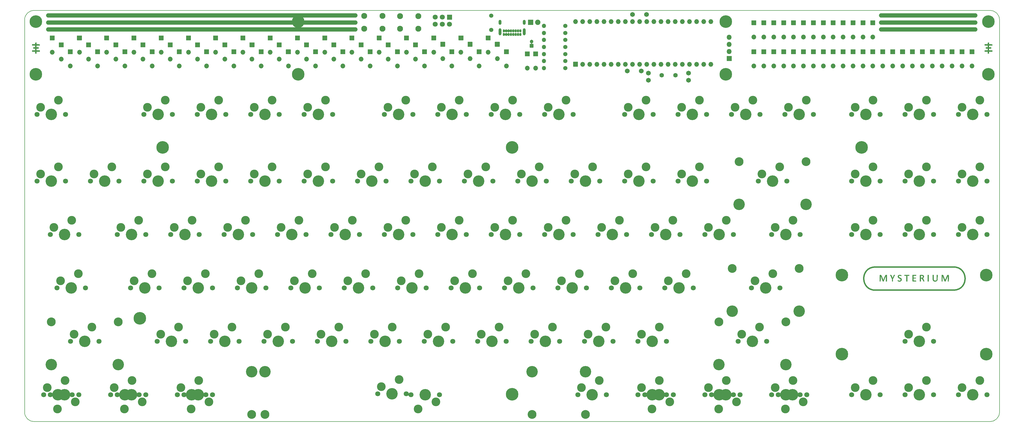
<source format=gbr>
G04 #@! TF.GenerationSoftware,KiCad,Pcbnew,(5.1.12)-1*
G04 #@! TF.CreationDate,2022-03-27T00:10:19+05:30*
G04 #@! TF.ProjectId,mysterium-pcb,6d797374-6572-4697-956d-2d7063622e6b,rev?*
G04 #@! TF.SameCoordinates,Original*
G04 #@! TF.FileFunction,Soldermask,Top*
G04 #@! TF.FilePolarity,Negative*
%FSLAX46Y46*%
G04 Gerber Fmt 4.6, Leading zero omitted, Abs format (unit mm)*
G04 Created by KiCad (PCBNEW (5.1.12)-1) date 2022-03-27 00:10:19*
%MOMM*%
%LPD*%
G01*
G04 APERTURE LIST*
%ADD10C,1.500000*%
G04 #@! TA.AperFunction,Profile*
%ADD11C,0.150000*%
G04 #@! TD*
%ADD12C,0.010000*%
%ADD13C,0.500000*%
%ADD14C,4.089800*%
%ADD15C,1.803800*%
%ADD16C,3.102000*%
%ADD17O,1.802000X1.802000*%
%ADD18C,3.150000*%
%ADD19C,4.502000*%
%ADD20O,1.702000X1.702000*%
%ADD21C,1.602000*%
%ADD22O,0.752000X1.102000*%
%ADD23O,1.002000X2.502000*%
%ADD24O,1.002000X1.802000*%
%ADD25C,2.102000*%
%ADD26C,1.502000*%
%ADD27O,1.502000X1.502000*%
%ADD28C,1.902000*%
%ADD29C,1.802000*%
%ADD30C,1.702000*%
%ADD31C,1.302000*%
%ADD32C,2.000000*%
G04 APERTURE END LIST*
D10*
X342596900Y-57121770D02*
X376203900Y-57121770D01*
X342596900Y-59605040D02*
X376203900Y-59605040D01*
X342596900Y-62088310D02*
X376203900Y-62088310D01*
X45596900Y-62088310D02*
X155096900Y-62088310D01*
X45596900Y-59605040D02*
X155096900Y-59605040D01*
X45596900Y-57121770D02*
X155096900Y-57121770D01*
D11*
X384809999Y-198619941D02*
G75*
G02*
X381505940Y-201930000I-3307059J-3000D01*
G01*
X381499941Y-55313501D02*
G75*
G02*
X384810000Y-58617560I3000J-3307059D01*
G01*
X37147501Y-58623559D02*
G75*
G02*
X40451560Y-55313500I3307059J3000D01*
G01*
X40457559Y-201929999D02*
G75*
G02*
X37147500Y-198625940I-3000J3307059D01*
G01*
X384810000Y-58617560D02*
X384809999Y-198619941D01*
X381505940Y-201930000D02*
X40457559Y-201929999D01*
X37147500Y-198625940D02*
X37147501Y-58623559D01*
X40451560Y-55313500D02*
X381499941Y-55313500D01*
D12*
G36*
X349262343Y-149593902D02*
G01*
X349409428Y-149611900D01*
X349544846Y-149642604D01*
X349621256Y-149671151D01*
X349704266Y-149727061D01*
X349736737Y-149797641D01*
X349740601Y-149860761D01*
X349736129Y-149941874D01*
X349713080Y-149978663D01*
X349657003Y-149974647D01*
X349553450Y-149933349D01*
X349514548Y-149915842D01*
X349324366Y-149855238D01*
X349149786Y-149847453D01*
X349002506Y-149889326D01*
X348894224Y-149977694D01*
X348838847Y-150098499D01*
X348832997Y-150204555D01*
X348869686Y-150301801D01*
X348955812Y-150397882D01*
X349098272Y-150500444D01*
X349303963Y-150617132D01*
X349309219Y-150619899D01*
X349498136Y-150726694D01*
X349648709Y-150826888D01*
X349747665Y-150911419D01*
X349763671Y-150930195D01*
X349855277Y-151106049D01*
X349883334Y-151297066D01*
X349851666Y-151488716D01*
X349764095Y-151666470D01*
X349624442Y-151815799D01*
X349511505Y-151888707D01*
X349380802Y-151931570D01*
X349206945Y-151956238D01*
X349018445Y-151961379D01*
X348843816Y-151945658D01*
X348752903Y-151924166D01*
X348584738Y-151850178D01*
X348485608Y-151759398D01*
X348452216Y-151648774D01*
X348452195Y-151645608D01*
X348459856Y-151560722D01*
X348491483Y-151525879D01*
X348560042Y-151537573D01*
X348668345Y-151587158D01*
X348878731Y-151668824D01*
X349077154Y-151700818D01*
X349253685Y-151685990D01*
X349398396Y-151627190D01*
X349501357Y-151527267D01*
X349552640Y-151389069D01*
X349556543Y-151332280D01*
X349535233Y-151215313D01*
X349466266Y-151108421D01*
X349342084Y-151003866D01*
X349155130Y-150893913D01*
X349101715Y-150866677D01*
X348880129Y-150747007D01*
X348720775Y-150636144D01*
X348614841Y-150523582D01*
X348553515Y-150398812D01*
X348527986Y-150251328D01*
X348525818Y-150179986D01*
X348557966Y-149981103D01*
X348654830Y-149816798D01*
X348817037Y-149686093D01*
X348857420Y-149663875D01*
X348969852Y-149614417D01*
X349078217Y-149592154D01*
X349216192Y-149591267D01*
X349262343Y-149593902D01*
G37*
X349262343Y-149593902D02*
X349409428Y-149611900D01*
X349544846Y-149642604D01*
X349621256Y-149671151D01*
X349704266Y-149727061D01*
X349736737Y-149797641D01*
X349740601Y-149860761D01*
X349736129Y-149941874D01*
X349713080Y-149978663D01*
X349657003Y-149974647D01*
X349553450Y-149933349D01*
X349514548Y-149915842D01*
X349324366Y-149855238D01*
X349149786Y-149847453D01*
X349002506Y-149889326D01*
X348894224Y-149977694D01*
X348838847Y-150098499D01*
X348832997Y-150204555D01*
X348869686Y-150301801D01*
X348955812Y-150397882D01*
X349098272Y-150500444D01*
X349303963Y-150617132D01*
X349309219Y-150619899D01*
X349498136Y-150726694D01*
X349648709Y-150826888D01*
X349747665Y-150911419D01*
X349763671Y-150930195D01*
X349855277Y-151106049D01*
X349883334Y-151297066D01*
X349851666Y-151488716D01*
X349764095Y-151666470D01*
X349624442Y-151815799D01*
X349511505Y-151888707D01*
X349380802Y-151931570D01*
X349206945Y-151956238D01*
X349018445Y-151961379D01*
X348843816Y-151945658D01*
X348752903Y-151924166D01*
X348584738Y-151850178D01*
X348485608Y-151759398D01*
X348452216Y-151648774D01*
X348452195Y-151645608D01*
X348459856Y-151560722D01*
X348491483Y-151525879D01*
X348560042Y-151537573D01*
X348668345Y-151587158D01*
X348878731Y-151668824D01*
X349077154Y-151700818D01*
X349253685Y-151685990D01*
X349398396Y-151627190D01*
X349501357Y-151527267D01*
X349552640Y-151389069D01*
X349556543Y-151332280D01*
X349535233Y-151215313D01*
X349466266Y-151108421D01*
X349342084Y-151003866D01*
X349155130Y-150893913D01*
X349101715Y-150866677D01*
X348880129Y-150747007D01*
X348720775Y-150636144D01*
X348614841Y-150523582D01*
X348553515Y-150398812D01*
X348527986Y-150251328D01*
X348525818Y-150179986D01*
X348557966Y-149981103D01*
X348654830Y-149816798D01*
X348817037Y-149686093D01*
X348857420Y-149663875D01*
X348969852Y-149614417D01*
X349078217Y-149592154D01*
X349216192Y-149591267D01*
X349262343Y-149593902D01*
G36*
X361263438Y-150439598D02*
G01*
X361264318Y-150712251D01*
X361266875Y-150922117D01*
X361271897Y-151080024D01*
X361280171Y-151196805D01*
X361292483Y-151283289D01*
X361309622Y-151350306D01*
X361332375Y-151408686D01*
X361334169Y-151412664D01*
X361439353Y-151563477D01*
X361592109Y-151658353D01*
X361791495Y-151696734D01*
X361814804Y-151697459D01*
X362025768Y-151672959D01*
X362191000Y-151590966D01*
X362302232Y-151465992D01*
X362328852Y-151419764D01*
X362349298Y-151370827D01*
X362364555Y-151308900D01*
X362375607Y-151223705D01*
X362383440Y-151104963D01*
X362389037Y-150942395D01*
X362393383Y-150725721D01*
X362397034Y-150476410D01*
X362408684Y-149620540D01*
X362703022Y-149620540D01*
X362679876Y-151411924D01*
X362569113Y-151590956D01*
X362426761Y-151754449D01*
X362236560Y-151875538D01*
X362013921Y-151949479D01*
X361774254Y-151971532D01*
X361532972Y-151936952D01*
X361488171Y-151923574D01*
X361285911Y-151820197D01*
X361122976Y-151659122D01*
X361037927Y-151516338D01*
X361015990Y-151461765D01*
X360999242Y-151398172D01*
X360986989Y-151315300D01*
X360978538Y-151202889D01*
X360973196Y-151050681D01*
X360970272Y-150848416D01*
X360969072Y-150585835D01*
X360968945Y-150494816D01*
X360968137Y-149620540D01*
X361262630Y-149620540D01*
X361263438Y-150439598D01*
G37*
X361263438Y-150439598D02*
X361264318Y-150712251D01*
X361266875Y-150922117D01*
X361271897Y-151080024D01*
X361280171Y-151196805D01*
X361292483Y-151283289D01*
X361309622Y-151350306D01*
X361332375Y-151408686D01*
X361334169Y-151412664D01*
X361439353Y-151563477D01*
X361592109Y-151658353D01*
X361791495Y-151696734D01*
X361814804Y-151697459D01*
X362025768Y-151672959D01*
X362191000Y-151590966D01*
X362302232Y-151465992D01*
X362328852Y-151419764D01*
X362349298Y-151370827D01*
X362364555Y-151308900D01*
X362375607Y-151223705D01*
X362383440Y-151104963D01*
X362389037Y-150942395D01*
X362393383Y-150725721D01*
X362397034Y-150476410D01*
X362408684Y-149620540D01*
X362703022Y-149620540D01*
X362679876Y-151411924D01*
X362569113Y-151590956D01*
X362426761Y-151754449D01*
X362236560Y-151875538D01*
X362013921Y-151949479D01*
X361774254Y-151971532D01*
X361532972Y-151936952D01*
X361488171Y-151923574D01*
X361285911Y-151820197D01*
X361122976Y-151659122D01*
X361037927Y-151516338D01*
X361015990Y-151461765D01*
X360999242Y-151398172D01*
X360986989Y-151315300D01*
X360978538Y-151202889D01*
X360973196Y-151050681D01*
X360970272Y-150848416D01*
X360969072Y-150585835D01*
X360968945Y-150494816D01*
X360968137Y-149620540D01*
X361262630Y-149620540D01*
X361263438Y-150439598D01*
G36*
X342490824Y-149638721D02*
G01*
X342570356Y-149683185D01*
X342571992Y-149684961D01*
X342601225Y-149736030D01*
X342652820Y-149845555D01*
X342722384Y-150003405D01*
X342805524Y-150199445D01*
X342897846Y-150423542D01*
X342971164Y-150605669D01*
X343065196Y-150838039D01*
X343151364Y-151044245D01*
X343225769Y-151215491D01*
X343284507Y-151342979D01*
X343323679Y-151417914D01*
X343338505Y-151433929D01*
X343359170Y-151393317D01*
X343403340Y-151294158D01*
X343466886Y-151146148D01*
X343545680Y-150958982D01*
X343635592Y-150742352D01*
X343703233Y-150577642D01*
X343800356Y-150343247D01*
X343891516Y-150129074D01*
X343972132Y-149945434D01*
X344037621Y-149802632D01*
X344083402Y-149710979D01*
X344100752Y-149683338D01*
X344155954Y-149643395D01*
X344241474Y-149626803D01*
X344364079Y-149628120D01*
X344568572Y-149638946D01*
X344578299Y-150789309D01*
X344588026Y-151939671D01*
X344292485Y-151939671D01*
X344292485Y-150921217D01*
X344291563Y-150657655D01*
X344288961Y-150421327D01*
X344284922Y-150221276D01*
X344279691Y-150066547D01*
X344273512Y-149966182D01*
X344266630Y-149929226D01*
X344265701Y-149929546D01*
X344245645Y-149969417D01*
X344202175Y-150068876D01*
X344138974Y-150219056D01*
X344059726Y-150411091D01*
X343968115Y-150636115D01*
X343867824Y-150885260D01*
X343846412Y-150938797D01*
X343453906Y-151921265D01*
X343320005Y-151932751D01*
X343243025Y-151935362D01*
X343193244Y-151916379D01*
X343152361Y-151860455D01*
X343102075Y-151752244D01*
X343100520Y-151748693D01*
X343062288Y-151657284D01*
X343002813Y-151510039D01*
X342927213Y-151319866D01*
X342840604Y-151099669D01*
X342748104Y-150862358D01*
X342705812Y-150753140D01*
X342396688Y-149953132D01*
X342378282Y-150937198D01*
X342359876Y-151921265D01*
X342229720Y-151932220D01*
X342135914Y-151932761D01*
X342076949Y-151919707D01*
X342073270Y-151916882D01*
X342064346Y-151872083D01*
X342057286Y-151764942D01*
X342052029Y-151606714D01*
X342048516Y-151408656D01*
X342046688Y-151182024D01*
X342046485Y-150938073D01*
X342047846Y-150688059D01*
X342050712Y-150443238D01*
X342055024Y-150214866D01*
X342060721Y-150014199D01*
X342067745Y-149852492D01*
X342076034Y-149741003D01*
X342085084Y-149691744D01*
X342146978Y-149644590D01*
X342252793Y-149619791D01*
X342376189Y-149617712D01*
X342490824Y-149638721D01*
G37*
X342490824Y-149638721D02*
X342570356Y-149683185D01*
X342571992Y-149684961D01*
X342601225Y-149736030D01*
X342652820Y-149845555D01*
X342722384Y-150003405D01*
X342805524Y-150199445D01*
X342897846Y-150423542D01*
X342971164Y-150605669D01*
X343065196Y-150838039D01*
X343151364Y-151044245D01*
X343225769Y-151215491D01*
X343284507Y-151342979D01*
X343323679Y-151417914D01*
X343338505Y-151433929D01*
X343359170Y-151393317D01*
X343403340Y-151294158D01*
X343466886Y-151146148D01*
X343545680Y-150958982D01*
X343635592Y-150742352D01*
X343703233Y-150577642D01*
X343800356Y-150343247D01*
X343891516Y-150129074D01*
X343972132Y-149945434D01*
X344037621Y-149802632D01*
X344083402Y-149710979D01*
X344100752Y-149683338D01*
X344155954Y-149643395D01*
X344241474Y-149626803D01*
X344364079Y-149628120D01*
X344568572Y-149638946D01*
X344578299Y-150789309D01*
X344588026Y-151939671D01*
X344292485Y-151939671D01*
X344292485Y-150921217D01*
X344291563Y-150657655D01*
X344288961Y-150421327D01*
X344284922Y-150221276D01*
X344279691Y-150066547D01*
X344273512Y-149966182D01*
X344266630Y-149929226D01*
X344265701Y-149929546D01*
X344245645Y-149969417D01*
X344202175Y-150068876D01*
X344138974Y-150219056D01*
X344059726Y-150411091D01*
X343968115Y-150636115D01*
X343867824Y-150885260D01*
X343846412Y-150938797D01*
X343453906Y-151921265D01*
X343320005Y-151932751D01*
X343243025Y-151935362D01*
X343193244Y-151916379D01*
X343152361Y-151860455D01*
X343102075Y-151752244D01*
X343100520Y-151748693D01*
X343062288Y-151657284D01*
X343002813Y-151510039D01*
X342927213Y-151319866D01*
X342840604Y-151099669D01*
X342748104Y-150862358D01*
X342705812Y-150753140D01*
X342396688Y-149953132D01*
X342378282Y-150937198D01*
X342359876Y-151921265D01*
X342229720Y-151932220D01*
X342135914Y-151932761D01*
X342076949Y-151919707D01*
X342073270Y-151916882D01*
X342064346Y-151872083D01*
X342057286Y-151764942D01*
X342052029Y-151606714D01*
X342048516Y-151408656D01*
X342046688Y-151182024D01*
X342046485Y-150938073D01*
X342047846Y-150688059D01*
X342050712Y-150443238D01*
X342055024Y-150214866D01*
X342060721Y-150014199D01*
X342067745Y-149852492D01*
X342076034Y-149741003D01*
X342085084Y-149691744D01*
X342146978Y-149644590D01*
X342252793Y-149619791D01*
X342376189Y-149617712D01*
X342490824Y-149638721D01*
G36*
X346267243Y-149979454D02*
G01*
X346348664Y-150153532D01*
X346429275Y-150327119D01*
X346497173Y-150474526D01*
X346525732Y-150537231D01*
X346615643Y-150736095D01*
X346773315Y-150389984D01*
X346854070Y-150214825D01*
X346937419Y-150037503D01*
X347010095Y-149886121D01*
X347036651Y-149832207D01*
X347096035Y-149717804D01*
X347141981Y-149654482D01*
X347193302Y-149627138D01*
X347268810Y-149620669D01*
X347300298Y-149620540D01*
X347396436Y-149624442D01*
X347452441Y-149634265D01*
X347458282Y-149639314D01*
X347442530Y-149676345D01*
X347398490Y-149769239D01*
X347330984Y-149908102D01*
X347244834Y-150083042D01*
X347144864Y-150284163D01*
X347108572Y-150356772D01*
X346758862Y-151055457D01*
X346758862Y-151939671D01*
X346464369Y-151939671D01*
X346464369Y-151055457D01*
X346114659Y-150356772D01*
X346011087Y-150149001D01*
X345919696Y-149964047D01*
X345845308Y-149811804D01*
X345792746Y-149702165D01*
X345766832Y-149645025D01*
X345764948Y-149639314D01*
X345797892Y-149628148D01*
X345881299Y-149621425D01*
X345931806Y-149620540D01*
X346098664Y-149620540D01*
X346267243Y-149979454D01*
G37*
X346267243Y-149979454D02*
X346348664Y-150153532D01*
X346429275Y-150327119D01*
X346497173Y-150474526D01*
X346525732Y-150537231D01*
X346615643Y-150736095D01*
X346773315Y-150389984D01*
X346854070Y-150214825D01*
X346937419Y-150037503D01*
X347010095Y-149886121D01*
X347036651Y-149832207D01*
X347096035Y-149717804D01*
X347141981Y-149654482D01*
X347193302Y-149627138D01*
X347268810Y-149620669D01*
X347300298Y-149620540D01*
X347396436Y-149624442D01*
X347452441Y-149634265D01*
X347458282Y-149639314D01*
X347442530Y-149676345D01*
X347398490Y-149769239D01*
X347330984Y-149908102D01*
X347244834Y-150083042D01*
X347144864Y-150284163D01*
X347108572Y-150356772D01*
X346758862Y-151055457D01*
X346758862Y-151939671D01*
X346464369Y-151939671D01*
X346464369Y-151055457D01*
X346114659Y-150356772D01*
X346011087Y-150149001D01*
X345919696Y-149964047D01*
X345845308Y-149811804D01*
X345792746Y-149702165D01*
X345766832Y-149645025D01*
X345764948Y-149639314D01*
X345797892Y-149628148D01*
X345881299Y-149621425D01*
X345931806Y-149620540D01*
X346098664Y-149620540D01*
X346267243Y-149979454D01*
G36*
X351737630Y-149629065D02*
G01*
X352593499Y-149638946D01*
X352593499Y-149859816D01*
X351924035Y-149880832D01*
X351899958Y-150569744D01*
X351891978Y-150817213D01*
X351885103Y-151066919D01*
X351879809Y-151298616D01*
X351876570Y-151492058D01*
X351875777Y-151599164D01*
X351875673Y-151939671D01*
X351581180Y-151939671D01*
X351581180Y-149878222D01*
X350881760Y-149878222D01*
X350881760Y-149619184D01*
X351737630Y-149629065D01*
G37*
X351737630Y-149629065D02*
X352593499Y-149638946D01*
X352593499Y-149859816D01*
X351924035Y-149880832D01*
X351899958Y-150569744D01*
X351891978Y-150817213D01*
X351885103Y-151066919D01*
X351879809Y-151298616D01*
X351876570Y-151492058D01*
X351875777Y-151599164D01*
X351875673Y-151939671D01*
X351581180Y-151939671D01*
X351581180Y-149878222D01*
X350881760Y-149878222D01*
X350881760Y-149619184D01*
X351737630Y-149629065D01*
G36*
X355034600Y-149740178D02*
G01*
X355023064Y-149859816D01*
X354553717Y-149870119D01*
X354084369Y-149880421D01*
X354084369Y-150612042D01*
X354498499Y-150622451D01*
X354912630Y-150632859D01*
X354912630Y-150816917D01*
X354498499Y-150827326D01*
X354084369Y-150837734D01*
X354084369Y-151681990D01*
X354560220Y-151681990D01*
X354756872Y-151682958D01*
X354891815Y-151686908D01*
X354976949Y-151695403D01*
X355024174Y-151710011D01*
X355045390Y-151732297D01*
X355049880Y-151746410D01*
X355053631Y-151840451D01*
X355048286Y-151875251D01*
X355036306Y-151899286D01*
X355006592Y-151916523D01*
X354948538Y-151928069D01*
X354851536Y-151935032D01*
X354704980Y-151938517D01*
X354498265Y-151939632D01*
X354431081Y-151939671D01*
X354206702Y-151939084D01*
X354044792Y-151936497D01*
X353934202Y-151930668D01*
X353863782Y-151920358D01*
X353822382Y-151904325D01*
X353798853Y-151881329D01*
X353791171Y-151868468D01*
X353781910Y-151815329D01*
X353773740Y-151700222D01*
X353766744Y-151534792D01*
X353761007Y-151330688D01*
X353756613Y-151099556D01*
X353753644Y-150853043D01*
X353752186Y-150602797D01*
X353752322Y-150360465D01*
X353754135Y-150137693D01*
X353757710Y-149946130D01*
X353763131Y-149797422D01*
X353770481Y-149703216D01*
X353775409Y-149678769D01*
X353792742Y-149657148D01*
X353832433Y-149641523D01*
X353904713Y-149630971D01*
X354019813Y-149624571D01*
X354187964Y-149621401D01*
X354419396Y-149620541D01*
X354421944Y-149620540D01*
X355046135Y-149620540D01*
X355034600Y-149740178D01*
G37*
X355034600Y-149740178D02*
X355023064Y-149859816D01*
X354553717Y-149870119D01*
X354084369Y-149880421D01*
X354084369Y-150612042D01*
X354498499Y-150622451D01*
X354912630Y-150632859D01*
X354912630Y-150816917D01*
X354498499Y-150827326D01*
X354084369Y-150837734D01*
X354084369Y-151681990D01*
X354560220Y-151681990D01*
X354756872Y-151682958D01*
X354891815Y-151686908D01*
X354976949Y-151695403D01*
X355024174Y-151710011D01*
X355045390Y-151732297D01*
X355049880Y-151746410D01*
X355053631Y-151840451D01*
X355048286Y-151875251D01*
X355036306Y-151899286D01*
X355006592Y-151916523D01*
X354948538Y-151928069D01*
X354851536Y-151935032D01*
X354704980Y-151938517D01*
X354498265Y-151939632D01*
X354431081Y-151939671D01*
X354206702Y-151939084D01*
X354044792Y-151936497D01*
X353934202Y-151930668D01*
X353863782Y-151920358D01*
X353822382Y-151904325D01*
X353798853Y-151881329D01*
X353791171Y-151868468D01*
X353781910Y-151815329D01*
X353773740Y-151700222D01*
X353766744Y-151534792D01*
X353761007Y-151330688D01*
X353756613Y-151099556D01*
X353753644Y-150853043D01*
X353752186Y-150602797D01*
X353752322Y-150360465D01*
X353754135Y-150137693D01*
X353757710Y-149946130D01*
X353763131Y-149797422D01*
X353770481Y-149703216D01*
X353775409Y-149678769D01*
X353792742Y-149657148D01*
X353832433Y-149641523D01*
X353904713Y-149630971D01*
X354019813Y-149624571D01*
X354187964Y-149621401D01*
X354419396Y-149620541D01*
X354421944Y-149620540D01*
X355046135Y-149620540D01*
X355034600Y-149740178D01*
G36*
X356860464Y-149625343D02*
G01*
X356902338Y-149626493D01*
X357108277Y-149634772D01*
X357257582Y-149647722D01*
X357367211Y-149667892D01*
X357454123Y-149697828D01*
X357489441Y-149714702D01*
X357620759Y-149817500D01*
X357726643Y-149965173D01*
X357790417Y-150130372D01*
X357801531Y-150226529D01*
X357769414Y-150401235D01*
X357685613Y-150566834D01*
X357565259Y-150696432D01*
X357520137Y-150726693D01*
X357379006Y-150807872D01*
X357493822Y-150929540D01*
X357544103Y-151000276D01*
X357608779Y-151115789D01*
X357681217Y-151260976D01*
X357754783Y-151420732D01*
X357822842Y-151579955D01*
X357878762Y-151723539D01*
X357915907Y-151836381D01*
X357927644Y-151903377D01*
X357925356Y-151912062D01*
X357881045Y-151929814D01*
X357792398Y-151939219D01*
X357766574Y-151939671D01*
X357624718Y-151939671D01*
X357524020Y-151672787D01*
X357421089Y-151414005D01*
X357328996Y-151218659D01*
X357240931Y-151078707D01*
X357150083Y-150986107D01*
X357049641Y-150932820D01*
X356932796Y-150910803D01*
X356877086Y-150908946D01*
X356697992Y-150908946D01*
X356697992Y-151939671D01*
X356556881Y-151939671D01*
X356459602Y-151933790D01*
X356397332Y-151919240D01*
X356391229Y-151915130D01*
X356384980Y-151873415D01*
X356379317Y-151767487D01*
X356374452Y-151606757D01*
X356370594Y-151400634D01*
X356367954Y-151158527D01*
X356366743Y-150889846D01*
X356366688Y-150817818D01*
X356367083Y-150651265D01*
X356697992Y-150651265D01*
X356931824Y-150651265D01*
X357087239Y-150643685D01*
X357199316Y-150616392D01*
X357290251Y-150567300D01*
X357410105Y-150453124D01*
X357462861Y-150313234D01*
X357455776Y-150158133D01*
X357404225Y-150029439D01*
X357302356Y-149941904D01*
X357144776Y-149892564D01*
X356946470Y-149878359D01*
X356697992Y-149878222D01*
X356697992Y-150651265D01*
X356367083Y-150651265D01*
X356367472Y-150487312D01*
X356370015Y-150223711D01*
X356374597Y-150020312D01*
X356381502Y-149870410D01*
X356391010Y-149767303D01*
X356403404Y-149704287D01*
X356414585Y-149679544D01*
X356442943Y-149651652D01*
X356488207Y-149633755D01*
X356563879Y-149624383D01*
X356683464Y-149622069D01*
X356860464Y-149625343D01*
G37*
X356860464Y-149625343D02*
X356902338Y-149626493D01*
X357108277Y-149634772D01*
X357257582Y-149647722D01*
X357367211Y-149667892D01*
X357454123Y-149697828D01*
X357489441Y-149714702D01*
X357620759Y-149817500D01*
X357726643Y-149965173D01*
X357790417Y-150130372D01*
X357801531Y-150226529D01*
X357769414Y-150401235D01*
X357685613Y-150566834D01*
X357565259Y-150696432D01*
X357520137Y-150726693D01*
X357379006Y-150807872D01*
X357493822Y-150929540D01*
X357544103Y-151000276D01*
X357608779Y-151115789D01*
X357681217Y-151260976D01*
X357754783Y-151420732D01*
X357822842Y-151579955D01*
X357878762Y-151723539D01*
X357915907Y-151836381D01*
X357927644Y-151903377D01*
X357925356Y-151912062D01*
X357881045Y-151929814D01*
X357792398Y-151939219D01*
X357766574Y-151939671D01*
X357624718Y-151939671D01*
X357524020Y-151672787D01*
X357421089Y-151414005D01*
X357328996Y-151218659D01*
X357240931Y-151078707D01*
X357150083Y-150986107D01*
X357049641Y-150932820D01*
X356932796Y-150910803D01*
X356877086Y-150908946D01*
X356697992Y-150908946D01*
X356697992Y-151939671D01*
X356556881Y-151939671D01*
X356459602Y-151933790D01*
X356397332Y-151919240D01*
X356391229Y-151915130D01*
X356384980Y-151873415D01*
X356379317Y-151767487D01*
X356374452Y-151606757D01*
X356370594Y-151400634D01*
X356367954Y-151158527D01*
X356366743Y-150889846D01*
X356366688Y-150817818D01*
X356367083Y-150651265D01*
X356697992Y-150651265D01*
X356931824Y-150651265D01*
X357087239Y-150643685D01*
X357199316Y-150616392D01*
X357290251Y-150567300D01*
X357410105Y-150453124D01*
X357462861Y-150313234D01*
X357455776Y-150158133D01*
X357404225Y-150029439D01*
X357302356Y-149941904D01*
X357144776Y-149892564D01*
X356946470Y-149878359D01*
X356697992Y-149878222D01*
X356697992Y-150651265D01*
X356367083Y-150651265D01*
X356367472Y-150487312D01*
X356370015Y-150223711D01*
X356374597Y-150020312D01*
X356381502Y-149870410D01*
X356391010Y-149767303D01*
X356403404Y-149704287D01*
X356414585Y-149679544D01*
X356442943Y-149651652D01*
X356488207Y-149633755D01*
X356563879Y-149624383D01*
X356683464Y-149622069D01*
X356860464Y-149625343D01*
G36*
X359495673Y-151939671D02*
G01*
X359201180Y-151939671D01*
X359201180Y-149620540D01*
X359495673Y-149620540D01*
X359495673Y-151939671D01*
G37*
X359495673Y-151939671D02*
X359201180Y-151939671D01*
X359201180Y-149620540D01*
X359495673Y-149620540D01*
X359495673Y-151939671D01*
G36*
X364496045Y-149629930D02*
G01*
X364602042Y-149660936D01*
X364643487Y-149688354D01*
X364675670Y-149740862D01*
X364729463Y-149851709D01*
X364800281Y-150010432D01*
X364883537Y-150206565D01*
X364974645Y-150429643D01*
X365034688Y-150581035D01*
X365126169Y-150812837D01*
X365209833Y-151021913D01*
X365281656Y-151198440D01*
X365337611Y-151332594D01*
X365373674Y-151414549D01*
X365384731Y-151435397D01*
X365405181Y-151410894D01*
X365449012Y-151326661D01*
X365512295Y-151191335D01*
X365591098Y-151013555D01*
X365681493Y-150801961D01*
X365769928Y-150588730D01*
X365869551Y-150348978D01*
X365963149Y-150130653D01*
X366046336Y-149943444D01*
X366114728Y-149797037D01*
X366163939Y-149701118D01*
X366187368Y-149666555D01*
X366265996Y-149635416D01*
X366379749Y-149622043D01*
X366499486Y-149626145D01*
X366596066Y-149647432D01*
X366633170Y-149670996D01*
X366646278Y-149713972D01*
X366656141Y-149810025D01*
X366662873Y-149963222D01*
X366666588Y-150177631D01*
X366667398Y-150457320D01*
X366665418Y-150806359D01*
X366665286Y-150821358D01*
X366655528Y-151921265D01*
X366361035Y-151921265D01*
X366342630Y-150927732D01*
X366324224Y-149934200D01*
X365920731Y-150936935D01*
X365517239Y-151939671D01*
X365244816Y-151939671D01*
X364960217Y-151212642D01*
X364868003Y-150977098D01*
X364778046Y-150747361D01*
X364696284Y-150538589D01*
X364628651Y-150365940D01*
X364581086Y-150244574D01*
X364576374Y-150232556D01*
X364477130Y-149979498D01*
X364452778Y-150542104D01*
X364443647Y-150783687D01*
X364436077Y-151042318D01*
X364430780Y-151289278D01*
X364428471Y-151495846D01*
X364428427Y-151522190D01*
X364428427Y-151939671D01*
X364133934Y-151939671D01*
X364133934Y-150824280D01*
X364134816Y-150479310D01*
X364137596Y-150202714D01*
X364142472Y-149989264D01*
X364149644Y-149833730D01*
X364159311Y-149730882D01*
X364171672Y-149675492D01*
X364178108Y-149664714D01*
X364254376Y-149630311D01*
X364370256Y-149619219D01*
X364496045Y-149629930D01*
G37*
X364496045Y-149629930D02*
X364602042Y-149660936D01*
X364643487Y-149688354D01*
X364675670Y-149740862D01*
X364729463Y-149851709D01*
X364800281Y-150010432D01*
X364883537Y-150206565D01*
X364974645Y-150429643D01*
X365034688Y-150581035D01*
X365126169Y-150812837D01*
X365209833Y-151021913D01*
X365281656Y-151198440D01*
X365337611Y-151332594D01*
X365373674Y-151414549D01*
X365384731Y-151435397D01*
X365405181Y-151410894D01*
X365449012Y-151326661D01*
X365512295Y-151191335D01*
X365591098Y-151013555D01*
X365681493Y-150801961D01*
X365769928Y-150588730D01*
X365869551Y-150348978D01*
X365963149Y-150130653D01*
X366046336Y-149943444D01*
X366114728Y-149797037D01*
X366163939Y-149701118D01*
X366187368Y-149666555D01*
X366265996Y-149635416D01*
X366379749Y-149622043D01*
X366499486Y-149626145D01*
X366596066Y-149647432D01*
X366633170Y-149670996D01*
X366646278Y-149713972D01*
X366656141Y-149810025D01*
X366662873Y-149963222D01*
X366666588Y-150177631D01*
X366667398Y-150457320D01*
X366665418Y-150806359D01*
X366665286Y-150821358D01*
X366655528Y-151921265D01*
X366361035Y-151921265D01*
X366342630Y-150927732D01*
X366324224Y-149934200D01*
X365920731Y-150936935D01*
X365517239Y-151939671D01*
X365244816Y-151939671D01*
X364960217Y-151212642D01*
X364868003Y-150977098D01*
X364778046Y-150747361D01*
X364696284Y-150538589D01*
X364628651Y-150365940D01*
X364581086Y-150244574D01*
X364576374Y-150232556D01*
X364477130Y-149979498D01*
X364452778Y-150542104D01*
X364443647Y-150783687D01*
X364436077Y-151042318D01*
X364430780Y-151289278D01*
X364428471Y-151495846D01*
X364428427Y-151522190D01*
X364428427Y-151939671D01*
X364133934Y-151939671D01*
X364133934Y-150824280D01*
X364134816Y-150479310D01*
X364137596Y-150202714D01*
X364142472Y-149989264D01*
X364149644Y-149833730D01*
X364159311Y-149730882D01*
X364171672Y-149675492D01*
X364178108Y-149664714D01*
X364254376Y-149630311D01*
X364370256Y-149619219D01*
X364496045Y-149629930D01*
D13*
X340417050Y-146811700D02*
X368292050Y-146811700D01*
X340639850Y-155071700D02*
X368514850Y-155071700D01*
X368292050Y-146811700D02*
G75*
G02*
X368514850Y-155071700I111400J-4130000D01*
G01*
X340639850Y-155071700D02*
G75*
G02*
X340417050Y-146811700I-111400J4130000D01*
G01*
D12*
G36*
X381025755Y-67367723D02*
G01*
X381595138Y-67369900D01*
X382164521Y-67372076D01*
X382164521Y-67778476D01*
X381025755Y-67782828D01*
X381025755Y-68443109D01*
X381745422Y-68443109D01*
X381745422Y-68874909D01*
X381025755Y-68874909D01*
X381025755Y-69552123D01*
X381595138Y-69554300D01*
X382164521Y-69556476D01*
X382166784Y-69770259D01*
X382169046Y-69984042D01*
X381025755Y-69984042D01*
X381025755Y-70602109D01*
X380585488Y-70602109D01*
X380585488Y-69984042D01*
X379450955Y-69984042D01*
X379450955Y-69552243D01*
X380585488Y-69552243D01*
X380585488Y-68874909D01*
X379874288Y-68874909D01*
X379874288Y-68443109D01*
X380585488Y-68443109D01*
X380585488Y-67782709D01*
X379450955Y-67782709D01*
X379450955Y-67367843D01*
X380585269Y-67367843D01*
X380589721Y-66779409D01*
X380807738Y-66777150D01*
X381025755Y-66774890D01*
X381025755Y-67367723D01*
G37*
X381025755Y-67367723D02*
X381595138Y-67369900D01*
X382164521Y-67372076D01*
X382164521Y-67778476D01*
X381025755Y-67782828D01*
X381025755Y-68443109D01*
X381745422Y-68443109D01*
X381745422Y-68874909D01*
X381025755Y-68874909D01*
X381025755Y-69552123D01*
X381595138Y-69554300D01*
X382164521Y-69556476D01*
X382166784Y-69770259D01*
X382169046Y-69984042D01*
X381025755Y-69984042D01*
X381025755Y-70602109D01*
X380585488Y-70602109D01*
X380585488Y-69984042D01*
X379450955Y-69984042D01*
X379450955Y-69552243D01*
X380585488Y-69552243D01*
X380585488Y-68874909D01*
X379874288Y-68874909D01*
X379874288Y-68443109D01*
X380585488Y-68443109D01*
X380585488Y-67782709D01*
X379450955Y-67782709D01*
X379450955Y-67367843D01*
X380585269Y-67367843D01*
X380589721Y-66779409D01*
X380807738Y-66777150D01*
X381025755Y-66774890D01*
X381025755Y-67367723D01*
G36*
X41363255Y-67367723D02*
G01*
X41932638Y-67369900D01*
X42502021Y-67372076D01*
X42502021Y-67778476D01*
X41363255Y-67782828D01*
X41363255Y-68443109D01*
X42082922Y-68443109D01*
X42082922Y-68874909D01*
X41363255Y-68874909D01*
X41363255Y-69552123D01*
X41932638Y-69554300D01*
X42502021Y-69556476D01*
X42504284Y-69770259D01*
X42506546Y-69984042D01*
X41363255Y-69984042D01*
X41363255Y-70602109D01*
X40922988Y-70602109D01*
X40922988Y-69984042D01*
X39788455Y-69984042D01*
X39788455Y-69552243D01*
X40922988Y-69552243D01*
X40922988Y-68874909D01*
X40211788Y-68874909D01*
X40211788Y-68443109D01*
X40922988Y-68443109D01*
X40922988Y-67782709D01*
X39788455Y-67782709D01*
X39788455Y-67367843D01*
X40922769Y-67367843D01*
X40927221Y-66779409D01*
X41145238Y-66777150D01*
X41363255Y-66774890D01*
X41363255Y-67367723D01*
G37*
X41363255Y-67367723D02*
X41932638Y-67369900D01*
X42502021Y-67372076D01*
X42502021Y-67778476D01*
X41363255Y-67782828D01*
X41363255Y-68443109D01*
X42082922Y-68443109D01*
X42082922Y-68874909D01*
X41363255Y-68874909D01*
X41363255Y-69552123D01*
X41932638Y-69554300D01*
X42502021Y-69556476D01*
X42504284Y-69770259D01*
X42506546Y-69984042D01*
X41363255Y-69984042D01*
X41363255Y-70602109D01*
X40922988Y-70602109D01*
X40922988Y-69984042D01*
X39788455Y-69984042D01*
X39788455Y-69552243D01*
X40922988Y-69552243D01*
X40922988Y-68874909D01*
X40211788Y-68874909D01*
X40211788Y-68443109D01*
X40922988Y-68443109D01*
X40922988Y-67782709D01*
X39788455Y-67782709D01*
X39788455Y-67367843D01*
X40922769Y-67367843D01*
X40927221Y-66779409D01*
X41145238Y-66777150D01*
X41363255Y-66774890D01*
X41363255Y-67367723D01*
D10*
X342596900Y-57121770D02*
X376203900Y-57121770D01*
X342596900Y-59605040D02*
X376203900Y-59605040D01*
X342596900Y-62088310D02*
X376203900Y-62088310D01*
X45596900Y-62088310D02*
X155096900Y-62088310D01*
X45596900Y-59605040D02*
X155096900Y-59605040D01*
X45596900Y-57121770D02*
X155096900Y-57121770D01*
D11*
X384809999Y-198619941D02*
G75*
G02*
X381505940Y-201930000I-3307059J-3000D01*
G01*
X381499941Y-55313501D02*
G75*
G02*
X384810000Y-58617560I3000J-3307059D01*
G01*
X37147501Y-58623559D02*
G75*
G02*
X40451560Y-55313500I3307059J3000D01*
G01*
X40457559Y-201929999D02*
G75*
G02*
X37147500Y-198625940I-3000J3307059D01*
G01*
X384810000Y-58617560D02*
X384809999Y-198619941D01*
X381505940Y-201930000D02*
X40457559Y-201929999D01*
X37147500Y-198625940D02*
X37147501Y-58623559D01*
X40451560Y-55313500D02*
X381499941Y-55313500D01*
D12*
G36*
X349262343Y-149593902D02*
G01*
X349409428Y-149611900D01*
X349544846Y-149642604D01*
X349621256Y-149671151D01*
X349704266Y-149727061D01*
X349736737Y-149797641D01*
X349740601Y-149860761D01*
X349736129Y-149941874D01*
X349713080Y-149978663D01*
X349657003Y-149974647D01*
X349553450Y-149933349D01*
X349514548Y-149915842D01*
X349324366Y-149855238D01*
X349149786Y-149847453D01*
X349002506Y-149889326D01*
X348894224Y-149977694D01*
X348838847Y-150098499D01*
X348832997Y-150204555D01*
X348869686Y-150301801D01*
X348955812Y-150397882D01*
X349098272Y-150500444D01*
X349303963Y-150617132D01*
X349309219Y-150619899D01*
X349498136Y-150726694D01*
X349648709Y-150826888D01*
X349747665Y-150911419D01*
X349763671Y-150930195D01*
X349855277Y-151106049D01*
X349883334Y-151297066D01*
X349851666Y-151488716D01*
X349764095Y-151666470D01*
X349624442Y-151815799D01*
X349511505Y-151888707D01*
X349380802Y-151931570D01*
X349206945Y-151956238D01*
X349018445Y-151961379D01*
X348843816Y-151945658D01*
X348752903Y-151924166D01*
X348584738Y-151850178D01*
X348485608Y-151759398D01*
X348452216Y-151648774D01*
X348452195Y-151645608D01*
X348459856Y-151560722D01*
X348491483Y-151525879D01*
X348560042Y-151537573D01*
X348668345Y-151587158D01*
X348878731Y-151668824D01*
X349077154Y-151700818D01*
X349253685Y-151685990D01*
X349398396Y-151627190D01*
X349501357Y-151527267D01*
X349552640Y-151389069D01*
X349556543Y-151332280D01*
X349535233Y-151215313D01*
X349466266Y-151108421D01*
X349342084Y-151003866D01*
X349155130Y-150893913D01*
X349101715Y-150866677D01*
X348880129Y-150747007D01*
X348720775Y-150636144D01*
X348614841Y-150523582D01*
X348553515Y-150398812D01*
X348527986Y-150251328D01*
X348525818Y-150179986D01*
X348557966Y-149981103D01*
X348654830Y-149816798D01*
X348817037Y-149686093D01*
X348857420Y-149663875D01*
X348969852Y-149614417D01*
X349078217Y-149592154D01*
X349216192Y-149591267D01*
X349262343Y-149593902D01*
G37*
X349262343Y-149593902D02*
X349409428Y-149611900D01*
X349544846Y-149642604D01*
X349621256Y-149671151D01*
X349704266Y-149727061D01*
X349736737Y-149797641D01*
X349740601Y-149860761D01*
X349736129Y-149941874D01*
X349713080Y-149978663D01*
X349657003Y-149974647D01*
X349553450Y-149933349D01*
X349514548Y-149915842D01*
X349324366Y-149855238D01*
X349149786Y-149847453D01*
X349002506Y-149889326D01*
X348894224Y-149977694D01*
X348838847Y-150098499D01*
X348832997Y-150204555D01*
X348869686Y-150301801D01*
X348955812Y-150397882D01*
X349098272Y-150500444D01*
X349303963Y-150617132D01*
X349309219Y-150619899D01*
X349498136Y-150726694D01*
X349648709Y-150826888D01*
X349747665Y-150911419D01*
X349763671Y-150930195D01*
X349855277Y-151106049D01*
X349883334Y-151297066D01*
X349851666Y-151488716D01*
X349764095Y-151666470D01*
X349624442Y-151815799D01*
X349511505Y-151888707D01*
X349380802Y-151931570D01*
X349206945Y-151956238D01*
X349018445Y-151961379D01*
X348843816Y-151945658D01*
X348752903Y-151924166D01*
X348584738Y-151850178D01*
X348485608Y-151759398D01*
X348452216Y-151648774D01*
X348452195Y-151645608D01*
X348459856Y-151560722D01*
X348491483Y-151525879D01*
X348560042Y-151537573D01*
X348668345Y-151587158D01*
X348878731Y-151668824D01*
X349077154Y-151700818D01*
X349253685Y-151685990D01*
X349398396Y-151627190D01*
X349501357Y-151527267D01*
X349552640Y-151389069D01*
X349556543Y-151332280D01*
X349535233Y-151215313D01*
X349466266Y-151108421D01*
X349342084Y-151003866D01*
X349155130Y-150893913D01*
X349101715Y-150866677D01*
X348880129Y-150747007D01*
X348720775Y-150636144D01*
X348614841Y-150523582D01*
X348553515Y-150398812D01*
X348527986Y-150251328D01*
X348525818Y-150179986D01*
X348557966Y-149981103D01*
X348654830Y-149816798D01*
X348817037Y-149686093D01*
X348857420Y-149663875D01*
X348969852Y-149614417D01*
X349078217Y-149592154D01*
X349216192Y-149591267D01*
X349262343Y-149593902D01*
G36*
X361263438Y-150439598D02*
G01*
X361264318Y-150712251D01*
X361266875Y-150922117D01*
X361271897Y-151080024D01*
X361280171Y-151196805D01*
X361292483Y-151283289D01*
X361309622Y-151350306D01*
X361332375Y-151408686D01*
X361334169Y-151412664D01*
X361439353Y-151563477D01*
X361592109Y-151658353D01*
X361791495Y-151696734D01*
X361814804Y-151697459D01*
X362025768Y-151672959D01*
X362191000Y-151590966D01*
X362302232Y-151465992D01*
X362328852Y-151419764D01*
X362349298Y-151370827D01*
X362364555Y-151308900D01*
X362375607Y-151223705D01*
X362383440Y-151104963D01*
X362389037Y-150942395D01*
X362393383Y-150725721D01*
X362397034Y-150476410D01*
X362408684Y-149620540D01*
X362703022Y-149620540D01*
X362679876Y-151411924D01*
X362569113Y-151590956D01*
X362426761Y-151754449D01*
X362236560Y-151875538D01*
X362013921Y-151949479D01*
X361774254Y-151971532D01*
X361532972Y-151936952D01*
X361488171Y-151923574D01*
X361285911Y-151820197D01*
X361122976Y-151659122D01*
X361037927Y-151516338D01*
X361015990Y-151461765D01*
X360999242Y-151398172D01*
X360986989Y-151315300D01*
X360978538Y-151202889D01*
X360973196Y-151050681D01*
X360970272Y-150848416D01*
X360969072Y-150585835D01*
X360968945Y-150494816D01*
X360968137Y-149620540D01*
X361262630Y-149620540D01*
X361263438Y-150439598D01*
G37*
X361263438Y-150439598D02*
X361264318Y-150712251D01*
X361266875Y-150922117D01*
X361271897Y-151080024D01*
X361280171Y-151196805D01*
X361292483Y-151283289D01*
X361309622Y-151350306D01*
X361332375Y-151408686D01*
X361334169Y-151412664D01*
X361439353Y-151563477D01*
X361592109Y-151658353D01*
X361791495Y-151696734D01*
X361814804Y-151697459D01*
X362025768Y-151672959D01*
X362191000Y-151590966D01*
X362302232Y-151465992D01*
X362328852Y-151419764D01*
X362349298Y-151370827D01*
X362364555Y-151308900D01*
X362375607Y-151223705D01*
X362383440Y-151104963D01*
X362389037Y-150942395D01*
X362393383Y-150725721D01*
X362397034Y-150476410D01*
X362408684Y-149620540D01*
X362703022Y-149620540D01*
X362679876Y-151411924D01*
X362569113Y-151590956D01*
X362426761Y-151754449D01*
X362236560Y-151875538D01*
X362013921Y-151949479D01*
X361774254Y-151971532D01*
X361532972Y-151936952D01*
X361488171Y-151923574D01*
X361285911Y-151820197D01*
X361122976Y-151659122D01*
X361037927Y-151516338D01*
X361015990Y-151461765D01*
X360999242Y-151398172D01*
X360986989Y-151315300D01*
X360978538Y-151202889D01*
X360973196Y-151050681D01*
X360970272Y-150848416D01*
X360969072Y-150585835D01*
X360968945Y-150494816D01*
X360968137Y-149620540D01*
X361262630Y-149620540D01*
X361263438Y-150439598D01*
G36*
X342490824Y-149638721D02*
G01*
X342570356Y-149683185D01*
X342571992Y-149684961D01*
X342601225Y-149736030D01*
X342652820Y-149845555D01*
X342722384Y-150003405D01*
X342805524Y-150199445D01*
X342897846Y-150423542D01*
X342971164Y-150605669D01*
X343065196Y-150838039D01*
X343151364Y-151044245D01*
X343225769Y-151215491D01*
X343284507Y-151342979D01*
X343323679Y-151417914D01*
X343338505Y-151433929D01*
X343359170Y-151393317D01*
X343403340Y-151294158D01*
X343466886Y-151146148D01*
X343545680Y-150958982D01*
X343635592Y-150742352D01*
X343703233Y-150577642D01*
X343800356Y-150343247D01*
X343891516Y-150129074D01*
X343972132Y-149945434D01*
X344037621Y-149802632D01*
X344083402Y-149710979D01*
X344100752Y-149683338D01*
X344155954Y-149643395D01*
X344241474Y-149626803D01*
X344364079Y-149628120D01*
X344568572Y-149638946D01*
X344578299Y-150789309D01*
X344588026Y-151939671D01*
X344292485Y-151939671D01*
X344292485Y-150921217D01*
X344291563Y-150657655D01*
X344288961Y-150421327D01*
X344284922Y-150221276D01*
X344279691Y-150066547D01*
X344273512Y-149966182D01*
X344266630Y-149929226D01*
X344265701Y-149929546D01*
X344245645Y-149969417D01*
X344202175Y-150068876D01*
X344138974Y-150219056D01*
X344059726Y-150411091D01*
X343968115Y-150636115D01*
X343867824Y-150885260D01*
X343846412Y-150938797D01*
X343453906Y-151921265D01*
X343320005Y-151932751D01*
X343243025Y-151935362D01*
X343193244Y-151916379D01*
X343152361Y-151860455D01*
X343102075Y-151752244D01*
X343100520Y-151748693D01*
X343062288Y-151657284D01*
X343002813Y-151510039D01*
X342927213Y-151319866D01*
X342840604Y-151099669D01*
X342748104Y-150862358D01*
X342705812Y-150753140D01*
X342396688Y-149953132D01*
X342378282Y-150937198D01*
X342359876Y-151921265D01*
X342229720Y-151932220D01*
X342135914Y-151932761D01*
X342076949Y-151919707D01*
X342073270Y-151916882D01*
X342064346Y-151872083D01*
X342057286Y-151764942D01*
X342052029Y-151606714D01*
X342048516Y-151408656D01*
X342046688Y-151182024D01*
X342046485Y-150938073D01*
X342047846Y-150688059D01*
X342050712Y-150443238D01*
X342055024Y-150214866D01*
X342060721Y-150014199D01*
X342067745Y-149852492D01*
X342076034Y-149741003D01*
X342085084Y-149691744D01*
X342146978Y-149644590D01*
X342252793Y-149619791D01*
X342376189Y-149617712D01*
X342490824Y-149638721D01*
G37*
X342490824Y-149638721D02*
X342570356Y-149683185D01*
X342571992Y-149684961D01*
X342601225Y-149736030D01*
X342652820Y-149845555D01*
X342722384Y-150003405D01*
X342805524Y-150199445D01*
X342897846Y-150423542D01*
X342971164Y-150605669D01*
X343065196Y-150838039D01*
X343151364Y-151044245D01*
X343225769Y-151215491D01*
X343284507Y-151342979D01*
X343323679Y-151417914D01*
X343338505Y-151433929D01*
X343359170Y-151393317D01*
X343403340Y-151294158D01*
X343466886Y-151146148D01*
X343545680Y-150958982D01*
X343635592Y-150742352D01*
X343703233Y-150577642D01*
X343800356Y-150343247D01*
X343891516Y-150129074D01*
X343972132Y-149945434D01*
X344037621Y-149802632D01*
X344083402Y-149710979D01*
X344100752Y-149683338D01*
X344155954Y-149643395D01*
X344241474Y-149626803D01*
X344364079Y-149628120D01*
X344568572Y-149638946D01*
X344578299Y-150789309D01*
X344588026Y-151939671D01*
X344292485Y-151939671D01*
X344292485Y-150921217D01*
X344291563Y-150657655D01*
X344288961Y-150421327D01*
X344284922Y-150221276D01*
X344279691Y-150066547D01*
X344273512Y-149966182D01*
X344266630Y-149929226D01*
X344265701Y-149929546D01*
X344245645Y-149969417D01*
X344202175Y-150068876D01*
X344138974Y-150219056D01*
X344059726Y-150411091D01*
X343968115Y-150636115D01*
X343867824Y-150885260D01*
X343846412Y-150938797D01*
X343453906Y-151921265D01*
X343320005Y-151932751D01*
X343243025Y-151935362D01*
X343193244Y-151916379D01*
X343152361Y-151860455D01*
X343102075Y-151752244D01*
X343100520Y-151748693D01*
X343062288Y-151657284D01*
X343002813Y-151510039D01*
X342927213Y-151319866D01*
X342840604Y-151099669D01*
X342748104Y-150862358D01*
X342705812Y-150753140D01*
X342396688Y-149953132D01*
X342378282Y-150937198D01*
X342359876Y-151921265D01*
X342229720Y-151932220D01*
X342135914Y-151932761D01*
X342076949Y-151919707D01*
X342073270Y-151916882D01*
X342064346Y-151872083D01*
X342057286Y-151764942D01*
X342052029Y-151606714D01*
X342048516Y-151408656D01*
X342046688Y-151182024D01*
X342046485Y-150938073D01*
X342047846Y-150688059D01*
X342050712Y-150443238D01*
X342055024Y-150214866D01*
X342060721Y-150014199D01*
X342067745Y-149852492D01*
X342076034Y-149741003D01*
X342085084Y-149691744D01*
X342146978Y-149644590D01*
X342252793Y-149619791D01*
X342376189Y-149617712D01*
X342490824Y-149638721D01*
G36*
X346267243Y-149979454D02*
G01*
X346348664Y-150153532D01*
X346429275Y-150327119D01*
X346497173Y-150474526D01*
X346525732Y-150537231D01*
X346615643Y-150736095D01*
X346773315Y-150389984D01*
X346854070Y-150214825D01*
X346937419Y-150037503D01*
X347010095Y-149886121D01*
X347036651Y-149832207D01*
X347096035Y-149717804D01*
X347141981Y-149654482D01*
X347193302Y-149627138D01*
X347268810Y-149620669D01*
X347300298Y-149620540D01*
X347396436Y-149624442D01*
X347452441Y-149634265D01*
X347458282Y-149639314D01*
X347442530Y-149676345D01*
X347398490Y-149769239D01*
X347330984Y-149908102D01*
X347244834Y-150083042D01*
X347144864Y-150284163D01*
X347108572Y-150356772D01*
X346758862Y-151055457D01*
X346758862Y-151939671D01*
X346464369Y-151939671D01*
X346464369Y-151055457D01*
X346114659Y-150356772D01*
X346011087Y-150149001D01*
X345919696Y-149964047D01*
X345845308Y-149811804D01*
X345792746Y-149702165D01*
X345766832Y-149645025D01*
X345764948Y-149639314D01*
X345797892Y-149628148D01*
X345881299Y-149621425D01*
X345931806Y-149620540D01*
X346098664Y-149620540D01*
X346267243Y-149979454D01*
G37*
X346267243Y-149979454D02*
X346348664Y-150153532D01*
X346429275Y-150327119D01*
X346497173Y-150474526D01*
X346525732Y-150537231D01*
X346615643Y-150736095D01*
X346773315Y-150389984D01*
X346854070Y-150214825D01*
X346937419Y-150037503D01*
X347010095Y-149886121D01*
X347036651Y-149832207D01*
X347096035Y-149717804D01*
X347141981Y-149654482D01*
X347193302Y-149627138D01*
X347268810Y-149620669D01*
X347300298Y-149620540D01*
X347396436Y-149624442D01*
X347452441Y-149634265D01*
X347458282Y-149639314D01*
X347442530Y-149676345D01*
X347398490Y-149769239D01*
X347330984Y-149908102D01*
X347244834Y-150083042D01*
X347144864Y-150284163D01*
X347108572Y-150356772D01*
X346758862Y-151055457D01*
X346758862Y-151939671D01*
X346464369Y-151939671D01*
X346464369Y-151055457D01*
X346114659Y-150356772D01*
X346011087Y-150149001D01*
X345919696Y-149964047D01*
X345845308Y-149811804D01*
X345792746Y-149702165D01*
X345766832Y-149645025D01*
X345764948Y-149639314D01*
X345797892Y-149628148D01*
X345881299Y-149621425D01*
X345931806Y-149620540D01*
X346098664Y-149620540D01*
X346267243Y-149979454D01*
G36*
X351737630Y-149629065D02*
G01*
X352593499Y-149638946D01*
X352593499Y-149859816D01*
X351924035Y-149880832D01*
X351899958Y-150569744D01*
X351891978Y-150817213D01*
X351885103Y-151066919D01*
X351879809Y-151298616D01*
X351876570Y-151492058D01*
X351875777Y-151599164D01*
X351875673Y-151939671D01*
X351581180Y-151939671D01*
X351581180Y-149878222D01*
X350881760Y-149878222D01*
X350881760Y-149619184D01*
X351737630Y-149629065D01*
G37*
X351737630Y-149629065D02*
X352593499Y-149638946D01*
X352593499Y-149859816D01*
X351924035Y-149880832D01*
X351899958Y-150569744D01*
X351891978Y-150817213D01*
X351885103Y-151066919D01*
X351879809Y-151298616D01*
X351876570Y-151492058D01*
X351875777Y-151599164D01*
X351875673Y-151939671D01*
X351581180Y-151939671D01*
X351581180Y-149878222D01*
X350881760Y-149878222D01*
X350881760Y-149619184D01*
X351737630Y-149629065D01*
G36*
X355034600Y-149740178D02*
G01*
X355023064Y-149859816D01*
X354553717Y-149870119D01*
X354084369Y-149880421D01*
X354084369Y-150612042D01*
X354498499Y-150622451D01*
X354912630Y-150632859D01*
X354912630Y-150816917D01*
X354498499Y-150827326D01*
X354084369Y-150837734D01*
X354084369Y-151681990D01*
X354560220Y-151681990D01*
X354756872Y-151682958D01*
X354891815Y-151686908D01*
X354976949Y-151695403D01*
X355024174Y-151710011D01*
X355045390Y-151732297D01*
X355049880Y-151746410D01*
X355053631Y-151840451D01*
X355048286Y-151875251D01*
X355036306Y-151899286D01*
X355006592Y-151916523D01*
X354948538Y-151928069D01*
X354851536Y-151935032D01*
X354704980Y-151938517D01*
X354498265Y-151939632D01*
X354431081Y-151939671D01*
X354206702Y-151939084D01*
X354044792Y-151936497D01*
X353934202Y-151930668D01*
X353863782Y-151920358D01*
X353822382Y-151904325D01*
X353798853Y-151881329D01*
X353791171Y-151868468D01*
X353781910Y-151815329D01*
X353773740Y-151700222D01*
X353766744Y-151534792D01*
X353761007Y-151330688D01*
X353756613Y-151099556D01*
X353753644Y-150853043D01*
X353752186Y-150602797D01*
X353752322Y-150360465D01*
X353754135Y-150137693D01*
X353757710Y-149946130D01*
X353763131Y-149797422D01*
X353770481Y-149703216D01*
X353775409Y-149678769D01*
X353792742Y-149657148D01*
X353832433Y-149641523D01*
X353904713Y-149630971D01*
X354019813Y-149624571D01*
X354187964Y-149621401D01*
X354419396Y-149620541D01*
X354421944Y-149620540D01*
X355046135Y-149620540D01*
X355034600Y-149740178D01*
G37*
X355034600Y-149740178D02*
X355023064Y-149859816D01*
X354553717Y-149870119D01*
X354084369Y-149880421D01*
X354084369Y-150612042D01*
X354498499Y-150622451D01*
X354912630Y-150632859D01*
X354912630Y-150816917D01*
X354498499Y-150827326D01*
X354084369Y-150837734D01*
X354084369Y-151681990D01*
X354560220Y-151681990D01*
X354756872Y-151682958D01*
X354891815Y-151686908D01*
X354976949Y-151695403D01*
X355024174Y-151710011D01*
X355045390Y-151732297D01*
X355049880Y-151746410D01*
X355053631Y-151840451D01*
X355048286Y-151875251D01*
X355036306Y-151899286D01*
X355006592Y-151916523D01*
X354948538Y-151928069D01*
X354851536Y-151935032D01*
X354704980Y-151938517D01*
X354498265Y-151939632D01*
X354431081Y-151939671D01*
X354206702Y-151939084D01*
X354044792Y-151936497D01*
X353934202Y-151930668D01*
X353863782Y-151920358D01*
X353822382Y-151904325D01*
X353798853Y-151881329D01*
X353791171Y-151868468D01*
X353781910Y-151815329D01*
X353773740Y-151700222D01*
X353766744Y-151534792D01*
X353761007Y-151330688D01*
X353756613Y-151099556D01*
X353753644Y-150853043D01*
X353752186Y-150602797D01*
X353752322Y-150360465D01*
X353754135Y-150137693D01*
X353757710Y-149946130D01*
X353763131Y-149797422D01*
X353770481Y-149703216D01*
X353775409Y-149678769D01*
X353792742Y-149657148D01*
X353832433Y-149641523D01*
X353904713Y-149630971D01*
X354019813Y-149624571D01*
X354187964Y-149621401D01*
X354419396Y-149620541D01*
X354421944Y-149620540D01*
X355046135Y-149620540D01*
X355034600Y-149740178D01*
G36*
X356860464Y-149625343D02*
G01*
X356902338Y-149626493D01*
X357108277Y-149634772D01*
X357257582Y-149647722D01*
X357367211Y-149667892D01*
X357454123Y-149697828D01*
X357489441Y-149714702D01*
X357620759Y-149817500D01*
X357726643Y-149965173D01*
X357790417Y-150130372D01*
X357801531Y-150226529D01*
X357769414Y-150401235D01*
X357685613Y-150566834D01*
X357565259Y-150696432D01*
X357520137Y-150726693D01*
X357379006Y-150807872D01*
X357493822Y-150929540D01*
X357544103Y-151000276D01*
X357608779Y-151115789D01*
X357681217Y-151260976D01*
X357754783Y-151420732D01*
X357822842Y-151579955D01*
X357878762Y-151723539D01*
X357915907Y-151836381D01*
X357927644Y-151903377D01*
X357925356Y-151912062D01*
X357881045Y-151929814D01*
X357792398Y-151939219D01*
X357766574Y-151939671D01*
X357624718Y-151939671D01*
X357524020Y-151672787D01*
X357421089Y-151414005D01*
X357328996Y-151218659D01*
X357240931Y-151078707D01*
X357150083Y-150986107D01*
X357049641Y-150932820D01*
X356932796Y-150910803D01*
X356877086Y-150908946D01*
X356697992Y-150908946D01*
X356697992Y-151939671D01*
X356556881Y-151939671D01*
X356459602Y-151933790D01*
X356397332Y-151919240D01*
X356391229Y-151915130D01*
X356384980Y-151873415D01*
X356379317Y-151767487D01*
X356374452Y-151606757D01*
X356370594Y-151400634D01*
X356367954Y-151158527D01*
X356366743Y-150889846D01*
X356366688Y-150817818D01*
X356367083Y-150651265D01*
X356697992Y-150651265D01*
X356931824Y-150651265D01*
X357087239Y-150643685D01*
X357199316Y-150616392D01*
X357290251Y-150567300D01*
X357410105Y-150453124D01*
X357462861Y-150313234D01*
X357455776Y-150158133D01*
X357404225Y-150029439D01*
X357302356Y-149941904D01*
X357144776Y-149892564D01*
X356946470Y-149878359D01*
X356697992Y-149878222D01*
X356697992Y-150651265D01*
X356367083Y-150651265D01*
X356367472Y-150487312D01*
X356370015Y-150223711D01*
X356374597Y-150020312D01*
X356381502Y-149870410D01*
X356391010Y-149767303D01*
X356403404Y-149704287D01*
X356414585Y-149679544D01*
X356442943Y-149651652D01*
X356488207Y-149633755D01*
X356563879Y-149624383D01*
X356683464Y-149622069D01*
X356860464Y-149625343D01*
G37*
X356860464Y-149625343D02*
X356902338Y-149626493D01*
X357108277Y-149634772D01*
X357257582Y-149647722D01*
X357367211Y-149667892D01*
X357454123Y-149697828D01*
X357489441Y-149714702D01*
X357620759Y-149817500D01*
X357726643Y-149965173D01*
X357790417Y-150130372D01*
X357801531Y-150226529D01*
X357769414Y-150401235D01*
X357685613Y-150566834D01*
X357565259Y-150696432D01*
X357520137Y-150726693D01*
X357379006Y-150807872D01*
X357493822Y-150929540D01*
X357544103Y-151000276D01*
X357608779Y-151115789D01*
X357681217Y-151260976D01*
X357754783Y-151420732D01*
X357822842Y-151579955D01*
X357878762Y-151723539D01*
X357915907Y-151836381D01*
X357927644Y-151903377D01*
X357925356Y-151912062D01*
X357881045Y-151929814D01*
X357792398Y-151939219D01*
X357766574Y-151939671D01*
X357624718Y-151939671D01*
X357524020Y-151672787D01*
X357421089Y-151414005D01*
X357328996Y-151218659D01*
X357240931Y-151078707D01*
X357150083Y-150986107D01*
X357049641Y-150932820D01*
X356932796Y-150910803D01*
X356877086Y-150908946D01*
X356697992Y-150908946D01*
X356697992Y-151939671D01*
X356556881Y-151939671D01*
X356459602Y-151933790D01*
X356397332Y-151919240D01*
X356391229Y-151915130D01*
X356384980Y-151873415D01*
X356379317Y-151767487D01*
X356374452Y-151606757D01*
X356370594Y-151400634D01*
X356367954Y-151158527D01*
X356366743Y-150889846D01*
X356366688Y-150817818D01*
X356367083Y-150651265D01*
X356697992Y-150651265D01*
X356931824Y-150651265D01*
X357087239Y-150643685D01*
X357199316Y-150616392D01*
X357290251Y-150567300D01*
X357410105Y-150453124D01*
X357462861Y-150313234D01*
X357455776Y-150158133D01*
X357404225Y-150029439D01*
X357302356Y-149941904D01*
X357144776Y-149892564D01*
X356946470Y-149878359D01*
X356697992Y-149878222D01*
X356697992Y-150651265D01*
X356367083Y-150651265D01*
X356367472Y-150487312D01*
X356370015Y-150223711D01*
X356374597Y-150020312D01*
X356381502Y-149870410D01*
X356391010Y-149767303D01*
X356403404Y-149704287D01*
X356414585Y-149679544D01*
X356442943Y-149651652D01*
X356488207Y-149633755D01*
X356563879Y-149624383D01*
X356683464Y-149622069D01*
X356860464Y-149625343D01*
G36*
X359495673Y-151939671D02*
G01*
X359201180Y-151939671D01*
X359201180Y-149620540D01*
X359495673Y-149620540D01*
X359495673Y-151939671D01*
G37*
X359495673Y-151939671D02*
X359201180Y-151939671D01*
X359201180Y-149620540D01*
X359495673Y-149620540D01*
X359495673Y-151939671D01*
G36*
X364496045Y-149629930D02*
G01*
X364602042Y-149660936D01*
X364643487Y-149688354D01*
X364675670Y-149740862D01*
X364729463Y-149851709D01*
X364800281Y-150010432D01*
X364883537Y-150206565D01*
X364974645Y-150429643D01*
X365034688Y-150581035D01*
X365126169Y-150812837D01*
X365209833Y-151021913D01*
X365281656Y-151198440D01*
X365337611Y-151332594D01*
X365373674Y-151414549D01*
X365384731Y-151435397D01*
X365405181Y-151410894D01*
X365449012Y-151326661D01*
X365512295Y-151191335D01*
X365591098Y-151013555D01*
X365681493Y-150801961D01*
X365769928Y-150588730D01*
X365869551Y-150348978D01*
X365963149Y-150130653D01*
X366046336Y-149943444D01*
X366114728Y-149797037D01*
X366163939Y-149701118D01*
X366187368Y-149666555D01*
X366265996Y-149635416D01*
X366379749Y-149622043D01*
X366499486Y-149626145D01*
X366596066Y-149647432D01*
X366633170Y-149670996D01*
X366646278Y-149713972D01*
X366656141Y-149810025D01*
X366662873Y-149963222D01*
X366666588Y-150177631D01*
X366667398Y-150457320D01*
X366665418Y-150806359D01*
X366665286Y-150821358D01*
X366655528Y-151921265D01*
X366361035Y-151921265D01*
X366342630Y-150927732D01*
X366324224Y-149934200D01*
X365920731Y-150936935D01*
X365517239Y-151939671D01*
X365244816Y-151939671D01*
X364960217Y-151212642D01*
X364868003Y-150977098D01*
X364778046Y-150747361D01*
X364696284Y-150538589D01*
X364628651Y-150365940D01*
X364581086Y-150244574D01*
X364576374Y-150232556D01*
X364477130Y-149979498D01*
X364452778Y-150542104D01*
X364443647Y-150783687D01*
X364436077Y-151042318D01*
X364430780Y-151289278D01*
X364428471Y-151495846D01*
X364428427Y-151522190D01*
X364428427Y-151939671D01*
X364133934Y-151939671D01*
X364133934Y-150824280D01*
X364134816Y-150479310D01*
X364137596Y-150202714D01*
X364142472Y-149989264D01*
X364149644Y-149833730D01*
X364159311Y-149730882D01*
X364171672Y-149675492D01*
X364178108Y-149664714D01*
X364254376Y-149630311D01*
X364370256Y-149619219D01*
X364496045Y-149629930D01*
G37*
X364496045Y-149629930D02*
X364602042Y-149660936D01*
X364643487Y-149688354D01*
X364675670Y-149740862D01*
X364729463Y-149851709D01*
X364800281Y-150010432D01*
X364883537Y-150206565D01*
X364974645Y-150429643D01*
X365034688Y-150581035D01*
X365126169Y-150812837D01*
X365209833Y-151021913D01*
X365281656Y-151198440D01*
X365337611Y-151332594D01*
X365373674Y-151414549D01*
X365384731Y-151435397D01*
X365405181Y-151410894D01*
X365449012Y-151326661D01*
X365512295Y-151191335D01*
X365591098Y-151013555D01*
X365681493Y-150801961D01*
X365769928Y-150588730D01*
X365869551Y-150348978D01*
X365963149Y-150130653D01*
X366046336Y-149943444D01*
X366114728Y-149797037D01*
X366163939Y-149701118D01*
X366187368Y-149666555D01*
X366265996Y-149635416D01*
X366379749Y-149622043D01*
X366499486Y-149626145D01*
X366596066Y-149647432D01*
X366633170Y-149670996D01*
X366646278Y-149713972D01*
X366656141Y-149810025D01*
X366662873Y-149963222D01*
X366666588Y-150177631D01*
X366667398Y-150457320D01*
X366665418Y-150806359D01*
X366665286Y-150821358D01*
X366655528Y-151921265D01*
X366361035Y-151921265D01*
X366342630Y-150927732D01*
X366324224Y-149934200D01*
X365920731Y-150936935D01*
X365517239Y-151939671D01*
X365244816Y-151939671D01*
X364960217Y-151212642D01*
X364868003Y-150977098D01*
X364778046Y-150747361D01*
X364696284Y-150538589D01*
X364628651Y-150365940D01*
X364581086Y-150244574D01*
X364576374Y-150232556D01*
X364477130Y-149979498D01*
X364452778Y-150542104D01*
X364443647Y-150783687D01*
X364436077Y-151042318D01*
X364430780Y-151289278D01*
X364428471Y-151495846D01*
X364428427Y-151522190D01*
X364428427Y-151939671D01*
X364133934Y-151939671D01*
X364133934Y-150824280D01*
X364134816Y-150479310D01*
X364137596Y-150202714D01*
X364142472Y-149989264D01*
X364149644Y-149833730D01*
X364159311Y-149730882D01*
X364171672Y-149675492D01*
X364178108Y-149664714D01*
X364254376Y-149630311D01*
X364370256Y-149619219D01*
X364496045Y-149629930D01*
D13*
X340417050Y-146811700D02*
X368292050Y-146811700D01*
X340639850Y-155071700D02*
X368514850Y-155071700D01*
X368292050Y-146811700D02*
G75*
G02*
X368514850Y-155071700I111400J-4130000D01*
G01*
X340639850Y-155071700D02*
G75*
G02*
X340417050Y-146811700I-111400J4130000D01*
G01*
D12*
G36*
X381025755Y-67367723D02*
G01*
X381595138Y-67369900D01*
X382164521Y-67372076D01*
X382164521Y-67778476D01*
X381025755Y-67782828D01*
X381025755Y-68443109D01*
X381745422Y-68443109D01*
X381745422Y-68874909D01*
X381025755Y-68874909D01*
X381025755Y-69552123D01*
X381595138Y-69554300D01*
X382164521Y-69556476D01*
X382166784Y-69770259D01*
X382169046Y-69984042D01*
X381025755Y-69984042D01*
X381025755Y-70602109D01*
X380585488Y-70602109D01*
X380585488Y-69984042D01*
X379450955Y-69984042D01*
X379450955Y-69552243D01*
X380585488Y-69552243D01*
X380585488Y-68874909D01*
X379874288Y-68874909D01*
X379874288Y-68443109D01*
X380585488Y-68443109D01*
X380585488Y-67782709D01*
X379450955Y-67782709D01*
X379450955Y-67367843D01*
X380585269Y-67367843D01*
X380589721Y-66779409D01*
X380807738Y-66777150D01*
X381025755Y-66774890D01*
X381025755Y-67367723D01*
G37*
X381025755Y-67367723D02*
X381595138Y-67369900D01*
X382164521Y-67372076D01*
X382164521Y-67778476D01*
X381025755Y-67782828D01*
X381025755Y-68443109D01*
X381745422Y-68443109D01*
X381745422Y-68874909D01*
X381025755Y-68874909D01*
X381025755Y-69552123D01*
X381595138Y-69554300D01*
X382164521Y-69556476D01*
X382166784Y-69770259D01*
X382169046Y-69984042D01*
X381025755Y-69984042D01*
X381025755Y-70602109D01*
X380585488Y-70602109D01*
X380585488Y-69984042D01*
X379450955Y-69984042D01*
X379450955Y-69552243D01*
X380585488Y-69552243D01*
X380585488Y-68874909D01*
X379874288Y-68874909D01*
X379874288Y-68443109D01*
X380585488Y-68443109D01*
X380585488Y-67782709D01*
X379450955Y-67782709D01*
X379450955Y-67367843D01*
X380585269Y-67367843D01*
X380589721Y-66779409D01*
X380807738Y-66777150D01*
X381025755Y-66774890D01*
X381025755Y-67367723D01*
G36*
X41363255Y-67367723D02*
G01*
X41932638Y-67369900D01*
X42502021Y-67372076D01*
X42502021Y-67778476D01*
X41363255Y-67782828D01*
X41363255Y-68443109D01*
X42082922Y-68443109D01*
X42082922Y-68874909D01*
X41363255Y-68874909D01*
X41363255Y-69552123D01*
X41932638Y-69554300D01*
X42502021Y-69556476D01*
X42504284Y-69770259D01*
X42506546Y-69984042D01*
X41363255Y-69984042D01*
X41363255Y-70602109D01*
X40922988Y-70602109D01*
X40922988Y-69984042D01*
X39788455Y-69984042D01*
X39788455Y-69552243D01*
X40922988Y-69552243D01*
X40922988Y-68874909D01*
X40211788Y-68874909D01*
X40211788Y-68443109D01*
X40922988Y-68443109D01*
X40922988Y-67782709D01*
X39788455Y-67782709D01*
X39788455Y-67367843D01*
X40922769Y-67367843D01*
X40927221Y-66779409D01*
X41145238Y-66777150D01*
X41363255Y-66774890D01*
X41363255Y-67367723D01*
G37*
X41363255Y-67367723D02*
X41932638Y-67369900D01*
X42502021Y-67372076D01*
X42502021Y-67778476D01*
X41363255Y-67782828D01*
X41363255Y-68443109D01*
X42082922Y-68443109D01*
X42082922Y-68874909D01*
X41363255Y-68874909D01*
X41363255Y-69552123D01*
X41932638Y-69554300D01*
X42502021Y-69556476D01*
X42504284Y-69770259D01*
X42506546Y-69984042D01*
X41363255Y-69984042D01*
X41363255Y-70602109D01*
X40922988Y-70602109D01*
X40922988Y-69984042D01*
X39788455Y-69984042D01*
X39788455Y-69552243D01*
X40922988Y-69552243D01*
X40922988Y-68874909D01*
X40211788Y-68874909D01*
X40211788Y-68443109D01*
X40922988Y-68443109D01*
X40922988Y-67782709D01*
X39788455Y-67782709D01*
X39788455Y-67367843D01*
X40922769Y-67367843D01*
X40927221Y-66779409D01*
X41145238Y-66777150D01*
X41363255Y-66774890D01*
X41363255Y-67367723D01*
D14*
X311002680Y-192399920D03*
D15*
X316082680Y-192399920D03*
X305922680Y-192399920D03*
D16*
X308462680Y-197479920D03*
X314812680Y-194939920D03*
D14*
X308620160Y-192399920D03*
D15*
X303540160Y-192399920D03*
X313700160Y-192399920D03*
D16*
X311160160Y-187319920D03*
X304810160Y-189859920D03*
D14*
X284807660Y-192399920D03*
D15*
X279727660Y-192399920D03*
X289887660Y-192399920D03*
D16*
X287347660Y-187319920D03*
X280997660Y-189859920D03*
D14*
X287188910Y-192399920D03*
D15*
X292268910Y-192399920D03*
X282108910Y-192399920D03*
D16*
X284648910Y-197479920D03*
X290998910Y-194939920D03*
D14*
X263376410Y-192399920D03*
D15*
X268456410Y-192399920D03*
X258296410Y-192399920D03*
D16*
X260836410Y-197479920D03*
X267186410Y-194939920D03*
D14*
X260995160Y-192399920D03*
D15*
X255915160Y-192399920D03*
X266075160Y-192399920D03*
D16*
X263535160Y-187319920D03*
X257185160Y-189859920D03*
D14*
X239563910Y-192399920D03*
D15*
X234483910Y-192399920D03*
X244643910Y-192399920D03*
D16*
X242103910Y-187319920D03*
X235753910Y-189859920D03*
D14*
X180032660Y-192399920D03*
D15*
X185112660Y-192399920D03*
X174952660Y-192399920D03*
D16*
X177492660Y-197479920D03*
X183842660Y-194939920D03*
D14*
X168126600Y-192024000D03*
D15*
X163046600Y-192024000D03*
X173206600Y-192024000D03*
D16*
X170666600Y-186944000D03*
X164316600Y-189484000D03*
D14*
X96688910Y-192399920D03*
D15*
X91608910Y-192399920D03*
X101768910Y-192399920D03*
D16*
X99228910Y-187319920D03*
X92878910Y-189859920D03*
D14*
X99070160Y-192399920D03*
D15*
X104150160Y-192399920D03*
X93990160Y-192399920D03*
D16*
X96530160Y-197479920D03*
X102880160Y-194939920D03*
D14*
X75257660Y-192399920D03*
D15*
X80337660Y-192399920D03*
X70177660Y-192399920D03*
D16*
X72717660Y-197479920D03*
X79067660Y-194939920D03*
D14*
X72876410Y-192399920D03*
D15*
X67796410Y-192399920D03*
X77956410Y-192399920D03*
D16*
X75416410Y-187319920D03*
X69066410Y-189859920D03*
D14*
X49058830Y-192399920D03*
D15*
X43978830Y-192399920D03*
X54138830Y-192399920D03*
D16*
X51598830Y-187319920D03*
X45248830Y-189859920D03*
D14*
X51440080Y-192399920D03*
D15*
X56520080Y-192399920D03*
X46360080Y-192399920D03*
D16*
X48900080Y-197479920D03*
X55250080Y-194939920D03*
G36*
G01*
X289318000Y-71616200D02*
X289318000Y-73316200D01*
G75*
G02*
X289267000Y-73367200I-51000J0D01*
G01*
X287567000Y-73367200D01*
G75*
G02*
X287516000Y-73316200I0J51000D01*
G01*
X287516000Y-71616200D01*
G75*
G02*
X287567000Y-71565200I51000J0D01*
G01*
X289267000Y-71565200D01*
G75*
G02*
X289318000Y-71616200I0J-51000D01*
G01*
G37*
D17*
X288417000Y-69926200D03*
X288417000Y-67386200D03*
X288417000Y-64846200D03*
D14*
X180035200Y-116192300D03*
D15*
X174955200Y-116192300D03*
X185115200Y-116192300D03*
D16*
X182575200Y-111112300D03*
X176225200Y-113652300D03*
D14*
X84785200Y-116192300D03*
D15*
X79705200Y-116192300D03*
X89865200Y-116192300D03*
D16*
X87325200Y-111112300D03*
X80975200Y-113652300D03*
D14*
X141927580Y-92382340D03*
D15*
X136847580Y-92382340D03*
X147007580Y-92382340D03*
D16*
X144467580Y-87302340D03*
X138117580Y-89842340D03*
D14*
X122885200Y-92379800D03*
D15*
X117805200Y-92379800D03*
X127965200Y-92379800D03*
D16*
X125425200Y-87299800D03*
X119075200Y-89839800D03*
D14*
X375295160Y-192405000D03*
D15*
X370215160Y-192405000D03*
X380375160Y-192405000D03*
D16*
X377835160Y-187325000D03*
X371485160Y-189865000D03*
D14*
X356235000Y-192405000D03*
D15*
X351155000Y-192405000D03*
X361315000Y-192405000D03*
D16*
X358775000Y-187325000D03*
X352425000Y-189865000D03*
D14*
X337185000Y-192405000D03*
D15*
X332105000Y-192405000D03*
X342265000Y-192405000D03*
D16*
X339725000Y-187325000D03*
X333375000Y-189865000D03*
D14*
X58578750Y-173355000D03*
D15*
X53498750Y-173355000D03*
X63658750Y-173355000D03*
D18*
X46640750Y-166370000D03*
X70516750Y-166370000D03*
D14*
X46640750Y-181610000D03*
X70516750Y-181610000D03*
D16*
X61118750Y-168275000D03*
X54768750Y-170815000D03*
D14*
X296703750Y-173361350D03*
D15*
X291623750Y-173361350D03*
X301783750Y-173361350D03*
D18*
X284765750Y-166376350D03*
X308641750Y-166376350D03*
D14*
X284765750Y-181616350D03*
X308641750Y-181616350D03*
D16*
X299243750Y-168281350D03*
X292893750Y-170821350D03*
D14*
X301466250Y-154305000D03*
D15*
X296386250Y-154305000D03*
X306546250Y-154305000D03*
D18*
X289528250Y-147320000D03*
X313404250Y-147320000D03*
D14*
X289528250Y-162560000D03*
X313404250Y-162560000D03*
D16*
X304006250Y-149225000D03*
X297656250Y-151765000D03*
D14*
X303860200Y-116192300D03*
D15*
X298780200Y-116192300D03*
X308940200Y-116192300D03*
D18*
X291922200Y-109207300D03*
X315798200Y-109207300D03*
D14*
X291922200Y-124447300D03*
X315798200Y-124447300D03*
D16*
X306400200Y-111112300D03*
X300050200Y-113652300D03*
D14*
X356235000Y-173342300D03*
D15*
X351155000Y-173342300D03*
X361315000Y-173342300D03*
D16*
X358775000Y-168262300D03*
X352425000Y-170802300D03*
D14*
X260985000Y-173355000D03*
D15*
X255905000Y-173355000D03*
X266065000Y-173355000D03*
D16*
X263525000Y-168275000D03*
X257175000Y-170815000D03*
D14*
X241935000Y-173355000D03*
D15*
X236855000Y-173355000D03*
X247015000Y-173355000D03*
D16*
X244475000Y-168275000D03*
X238125000Y-170815000D03*
D14*
X222885000Y-173355000D03*
D15*
X217805000Y-173355000D03*
X227965000Y-173355000D03*
D16*
X225425000Y-168275000D03*
X219075000Y-170815000D03*
D14*
X203835000Y-173355000D03*
D15*
X198755000Y-173355000D03*
X208915000Y-173355000D03*
D16*
X206375000Y-168275000D03*
X200025000Y-170815000D03*
D14*
X184785000Y-173355000D03*
D15*
X179705000Y-173355000D03*
X189865000Y-173355000D03*
D16*
X187325000Y-168275000D03*
X180975000Y-170815000D03*
D14*
X165735000Y-173355000D03*
D15*
X160655000Y-173355000D03*
X170815000Y-173355000D03*
D16*
X168275000Y-168275000D03*
X161925000Y-170815000D03*
D14*
X146685000Y-173355000D03*
D15*
X141605000Y-173355000D03*
X151765000Y-173355000D03*
D16*
X149225000Y-168275000D03*
X142875000Y-170815000D03*
D14*
X127635000Y-173355000D03*
D15*
X122555000Y-173355000D03*
X132715000Y-173355000D03*
D16*
X130175000Y-168275000D03*
X123825000Y-170815000D03*
D14*
X108585000Y-173355000D03*
D15*
X103505000Y-173355000D03*
X113665000Y-173355000D03*
D16*
X111125000Y-168275000D03*
X104775000Y-170815000D03*
D14*
X89535000Y-173355000D03*
D15*
X84455000Y-173355000D03*
X94615000Y-173355000D03*
D16*
X92075000Y-168275000D03*
X85725000Y-170815000D03*
D14*
X270510000Y-154305000D03*
D15*
X265430000Y-154305000D03*
X275590000Y-154305000D03*
D16*
X273050000Y-149225000D03*
X266700000Y-151765000D03*
D14*
X251460000Y-154305000D03*
D15*
X246380000Y-154305000D03*
X256540000Y-154305000D03*
D16*
X254000000Y-149225000D03*
X247650000Y-151765000D03*
D14*
X232410000Y-154305000D03*
D15*
X227330000Y-154305000D03*
X237490000Y-154305000D03*
D16*
X234950000Y-149225000D03*
X228600000Y-151765000D03*
D14*
X213360000Y-154305000D03*
D15*
X208280000Y-154305000D03*
X218440000Y-154305000D03*
D16*
X215900000Y-149225000D03*
X209550000Y-151765000D03*
D14*
X194310000Y-154305000D03*
D15*
X189230000Y-154305000D03*
X199390000Y-154305000D03*
D16*
X196850000Y-149225000D03*
X190500000Y-151765000D03*
D14*
X175260000Y-154305000D03*
D15*
X170180000Y-154305000D03*
X180340000Y-154305000D03*
D16*
X177800000Y-149225000D03*
X171450000Y-151765000D03*
D14*
X156210000Y-154305000D03*
D15*
X151130000Y-154305000D03*
X161290000Y-154305000D03*
D16*
X158750000Y-149225000D03*
X152400000Y-151765000D03*
D14*
X137160000Y-154305000D03*
D15*
X132080000Y-154305000D03*
X142240000Y-154305000D03*
D16*
X139700000Y-149225000D03*
X133350000Y-151765000D03*
D14*
X118110000Y-154305000D03*
D15*
X113030000Y-154305000D03*
X123190000Y-154305000D03*
D16*
X120650000Y-149225000D03*
X114300000Y-151765000D03*
D14*
X99060000Y-154305000D03*
D15*
X93980000Y-154305000D03*
X104140000Y-154305000D03*
D16*
X101600000Y-149225000D03*
X95250000Y-151765000D03*
D14*
X80010000Y-154305000D03*
D15*
X74930000Y-154305000D03*
X85090000Y-154305000D03*
D16*
X82550000Y-149225000D03*
X76200000Y-151765000D03*
D14*
X53816250Y-154305000D03*
D15*
X48736250Y-154305000D03*
X58896250Y-154305000D03*
D16*
X56356250Y-149225000D03*
X50006250Y-151765000D03*
D14*
X375285000Y-135242300D03*
D15*
X370205000Y-135242300D03*
X380365000Y-135242300D03*
D16*
X377825000Y-130162300D03*
X371475000Y-132702300D03*
D14*
X356235000Y-135242300D03*
D15*
X351155000Y-135242300D03*
X361315000Y-135242300D03*
D16*
X358775000Y-130162300D03*
X352425000Y-132702300D03*
D14*
X337185000Y-135242300D03*
D15*
X332105000Y-135242300D03*
X342265000Y-135242300D03*
D16*
X339725000Y-130162300D03*
X333375000Y-132702300D03*
D14*
X308622700Y-135255000D03*
D15*
X303542700Y-135255000D03*
X313702700Y-135255000D03*
D16*
X311162700Y-130175000D03*
X304812700Y-132715000D03*
D14*
X284797500Y-135255000D03*
D15*
X279717500Y-135255000D03*
X289877500Y-135255000D03*
D16*
X287337500Y-130175000D03*
X280987500Y-132715000D03*
D14*
X265747500Y-135255000D03*
D15*
X260667500Y-135255000D03*
X270827500Y-135255000D03*
D16*
X268287500Y-130175000D03*
X261937500Y-132715000D03*
D14*
X246697500Y-135255000D03*
D15*
X241617500Y-135255000D03*
X251777500Y-135255000D03*
D16*
X249237500Y-130175000D03*
X242887500Y-132715000D03*
D14*
X227647500Y-135255000D03*
D15*
X222567500Y-135255000D03*
X232727500Y-135255000D03*
D16*
X230187500Y-130175000D03*
X223837500Y-132715000D03*
D14*
X208597500Y-135255000D03*
D15*
X203517500Y-135255000D03*
X213677500Y-135255000D03*
D16*
X211137500Y-130175000D03*
X204787500Y-132715000D03*
D14*
X189547500Y-135255000D03*
D15*
X184467500Y-135255000D03*
X194627500Y-135255000D03*
D16*
X192087500Y-130175000D03*
X185737500Y-132715000D03*
D14*
X170497500Y-135255000D03*
D15*
X165417500Y-135255000D03*
X175577500Y-135255000D03*
D16*
X173037500Y-130175000D03*
X166687500Y-132715000D03*
D14*
X151447500Y-135255000D03*
D15*
X146367500Y-135255000D03*
X156527500Y-135255000D03*
D16*
X153987500Y-130175000D03*
X147637500Y-132715000D03*
D14*
X132397500Y-135255000D03*
D15*
X127317500Y-135255000D03*
X137477500Y-135255000D03*
D16*
X134937500Y-130175000D03*
X128587500Y-132715000D03*
D14*
X113347500Y-135255000D03*
D15*
X108267500Y-135255000D03*
X118427500Y-135255000D03*
D16*
X115887500Y-130175000D03*
X109537500Y-132715000D03*
D14*
X94297500Y-135255000D03*
D15*
X89217500Y-135255000D03*
X99377500Y-135255000D03*
D16*
X96837500Y-130175000D03*
X90487500Y-132715000D03*
D14*
X75247500Y-135255000D03*
D15*
X70167500Y-135255000D03*
X80327500Y-135255000D03*
D16*
X77787500Y-130175000D03*
X71437500Y-132715000D03*
D14*
X51435000Y-135255000D03*
D15*
X46355000Y-135255000D03*
X56515000Y-135255000D03*
D16*
X53975000Y-130175000D03*
X47625000Y-132715000D03*
D14*
X375285000Y-116192300D03*
D15*
X370205000Y-116192300D03*
X380365000Y-116192300D03*
D16*
X377825000Y-111112300D03*
X371475000Y-113652300D03*
D14*
X356235000Y-116192300D03*
D15*
X351155000Y-116192300D03*
X361315000Y-116192300D03*
D16*
X358775000Y-111112300D03*
X352425000Y-113652300D03*
D14*
X337185000Y-116192300D03*
D15*
X332105000Y-116192300D03*
X342265000Y-116192300D03*
D16*
X339725000Y-111112300D03*
X333375000Y-113652300D03*
D14*
X275285200Y-116192300D03*
D15*
X270205200Y-116192300D03*
X280365200Y-116192300D03*
D16*
X277825200Y-111112300D03*
X271475200Y-113652300D03*
D14*
X256235200Y-116192300D03*
D15*
X251155200Y-116192300D03*
X261315200Y-116192300D03*
D16*
X258775200Y-111112300D03*
X252425200Y-113652300D03*
D14*
X237185200Y-116192300D03*
D15*
X232105200Y-116192300D03*
X242265200Y-116192300D03*
D16*
X239725200Y-111112300D03*
X233375200Y-113652300D03*
D14*
X218135200Y-116192300D03*
D15*
X213055200Y-116192300D03*
X223215200Y-116192300D03*
D16*
X220675200Y-111112300D03*
X214325200Y-113652300D03*
D14*
X199085200Y-116192300D03*
D15*
X194005200Y-116192300D03*
X204165200Y-116192300D03*
D16*
X201625200Y-111112300D03*
X195275200Y-113652300D03*
D14*
X160985200Y-116192300D03*
D15*
X155905200Y-116192300D03*
X166065200Y-116192300D03*
D16*
X163525200Y-111112300D03*
X157175200Y-113652300D03*
D14*
X141935200Y-116192300D03*
D15*
X136855200Y-116192300D03*
X147015200Y-116192300D03*
D16*
X144475200Y-111112300D03*
X138125200Y-113652300D03*
D14*
X122885200Y-116192300D03*
D15*
X117805200Y-116192300D03*
X127965200Y-116192300D03*
D16*
X125425200Y-111112300D03*
X119075200Y-113652300D03*
D14*
X103835200Y-116192300D03*
D15*
X98755200Y-116192300D03*
X108915200Y-116192300D03*
D16*
X106375200Y-111112300D03*
X100025200Y-113652300D03*
D14*
X65735200Y-116192300D03*
D15*
X60655200Y-116192300D03*
X70815200Y-116192300D03*
D16*
X68275200Y-111112300D03*
X61925200Y-113652300D03*
D14*
X46685200Y-116192300D03*
D15*
X41605200Y-116192300D03*
X51765200Y-116192300D03*
D16*
X49225200Y-111112300D03*
X42875200Y-113652300D03*
D14*
X375285000Y-92379800D03*
D15*
X370205000Y-92379800D03*
X380365000Y-92379800D03*
D16*
X377825000Y-87299800D03*
X371475000Y-89839800D03*
D14*
X356235000Y-92379800D03*
D15*
X351155000Y-92379800D03*
X361315000Y-92379800D03*
D16*
X358775000Y-87299800D03*
X352425000Y-89839800D03*
D14*
X337197700Y-92379800D03*
D15*
X332117700Y-92379800D03*
X342277700Y-92379800D03*
D16*
X339737700Y-87299800D03*
X333387700Y-89839800D03*
D14*
X313385200Y-92379800D03*
D15*
X308305200Y-92379800D03*
X318465200Y-92379800D03*
D16*
X315925200Y-87299800D03*
X309575200Y-89839800D03*
D14*
X294335200Y-92379800D03*
D15*
X289255200Y-92379800D03*
X299415200Y-92379800D03*
D16*
X296875200Y-87299800D03*
X290525200Y-89839800D03*
D14*
X275272500Y-92379800D03*
D15*
X270192500Y-92379800D03*
X280352500Y-92379800D03*
D16*
X277812500Y-87299800D03*
X271462500Y-89839800D03*
D14*
X256235200Y-92379800D03*
D15*
X251155200Y-92379800D03*
X261315200Y-92379800D03*
D16*
X258775200Y-87299800D03*
X252425200Y-89839800D03*
D14*
X227647500Y-92392500D03*
D15*
X222567500Y-92392500D03*
X232727500Y-92392500D03*
D16*
X230187500Y-87312500D03*
X223837500Y-89852500D03*
D14*
X208597500Y-92392500D03*
D15*
X203517500Y-92392500D03*
X213677500Y-92392500D03*
D16*
X211137500Y-87312500D03*
X204787500Y-89852500D03*
D14*
X189547500Y-92392500D03*
D15*
X184467500Y-92392500D03*
X194627500Y-92392500D03*
D16*
X192087500Y-87312500D03*
X185737500Y-89852500D03*
D14*
X170497500Y-92392500D03*
D15*
X165417500Y-92392500D03*
X175577500Y-92392500D03*
D16*
X173037500Y-87312500D03*
X166687500Y-89852500D03*
D14*
X103835200Y-92379800D03*
D15*
X98755200Y-92379800D03*
X108915200Y-92379800D03*
D16*
X106375200Y-87299800D03*
X100025200Y-89839800D03*
D14*
X84785200Y-92379800D03*
D15*
X79705200Y-92379800D03*
X89865200Y-92379800D03*
D16*
X87325200Y-87299800D03*
X80975200Y-89839800D03*
D14*
X46685200Y-92379800D03*
D15*
X41605200Y-92379800D03*
X51765200Y-92379800D03*
D16*
X49225200Y-87299800D03*
X42875200Y-89839800D03*
D19*
X287223200Y-78063500D03*
X134734300Y-78063500D03*
D20*
X311365410Y-75134948D03*
G36*
G01*
X310565410Y-69203948D02*
X312165410Y-69203948D01*
G75*
G02*
X312216410Y-69254948I0J-51000D01*
G01*
X312216410Y-70854948D01*
G75*
G02*
X312165410Y-70905948I-51000J0D01*
G01*
X310565410Y-70905948D01*
G75*
G02*
X310514410Y-70854948I0J51000D01*
G01*
X310514410Y-69254948D01*
G75*
G02*
X310565410Y-69203948I51000J0D01*
G01*
G37*
X72896866Y-75134948D03*
G36*
G01*
X72096866Y-69203948D02*
X73696866Y-69203948D01*
G75*
G02*
X73747866Y-69254948I0J-51000D01*
G01*
X73747866Y-70854948D01*
G75*
G02*
X73696866Y-70905948I-51000J0D01*
G01*
X72096866Y-70905948D01*
G75*
G02*
X72045866Y-70854948I0J51000D01*
G01*
X72045866Y-69254948D01*
G75*
G02*
X72096866Y-69203948I51000J0D01*
G01*
G37*
X108530629Y-72654655D03*
G36*
G01*
X107730629Y-66723655D02*
X109330629Y-66723655D01*
G75*
G02*
X109381629Y-66774655I0J-51000D01*
G01*
X109381629Y-68374655D01*
G75*
G02*
X109330629Y-68425655I-51000J0D01*
G01*
X107730629Y-68425655D01*
G75*
G02*
X107679629Y-68374655I0J51000D01*
G01*
X107679629Y-66774655D01*
G75*
G02*
X107730629Y-66723655I51000J0D01*
G01*
G37*
X321967188Y-75134948D03*
G36*
G01*
X321167188Y-69203948D02*
X322767188Y-69203948D01*
G75*
G02*
X322818188Y-69254948I0J-51000D01*
G01*
X322818188Y-70854948D01*
G75*
G02*
X322767188Y-70905948I-51000J0D01*
G01*
X321167188Y-70905948D01*
G75*
G02*
X321116188Y-70854948I0J51000D01*
G01*
X321116188Y-69254948D01*
G75*
G02*
X321167188Y-69203948I51000J0D01*
G01*
G37*
X343170744Y-75134948D03*
G36*
G01*
X342370744Y-69203948D02*
X343970744Y-69203948D01*
G75*
G02*
X344021744Y-69254948I0J-51000D01*
G01*
X344021744Y-70854948D01*
G75*
G02*
X343970744Y-70905948I-51000J0D01*
G01*
X342370744Y-70905948D01*
G75*
G02*
X342319744Y-70854948I0J51000D01*
G01*
X342319744Y-69254948D01*
G75*
G02*
X342370744Y-69203948I51000J0D01*
G01*
G37*
X339636818Y-75134948D03*
G36*
G01*
X338836818Y-69203948D02*
X340436818Y-69203948D01*
G75*
G02*
X340487818Y-69254948I0J-51000D01*
G01*
X340487818Y-70854948D01*
G75*
G02*
X340436818Y-70905948I-51000J0D01*
G01*
X338836818Y-70905948D01*
G75*
G02*
X338785818Y-70854948I0J51000D01*
G01*
X338785818Y-69254948D01*
G75*
G02*
X338836818Y-69203948I51000J0D01*
G01*
G37*
X339636818Y-64760499D03*
G36*
G01*
X338836818Y-58829499D02*
X340436818Y-58829499D01*
G75*
G02*
X340487818Y-58880499I0J-51000D01*
G01*
X340487818Y-60480499D01*
G75*
G02*
X340436818Y-60531499I-51000J0D01*
G01*
X338836818Y-60531499D01*
G75*
G02*
X338785818Y-60480499I0J51000D01*
G01*
X338785818Y-58880499D01*
G75*
G02*
X338836818Y-58829499I51000J0D01*
G01*
G37*
X336102892Y-75134948D03*
G36*
G01*
X335302892Y-69203948D02*
X336902892Y-69203948D01*
G75*
G02*
X336953892Y-69254948I0J-51000D01*
G01*
X336953892Y-70854948D01*
G75*
G02*
X336902892Y-70905948I-51000J0D01*
G01*
X335302892Y-70905948D01*
G75*
G02*
X335251892Y-70854948I0J51000D01*
G01*
X335251892Y-69254948D01*
G75*
G02*
X335302892Y-69203948I51000J0D01*
G01*
G37*
X325501114Y-75134948D03*
G36*
G01*
X324701114Y-69203948D02*
X326301114Y-69203948D01*
G75*
G02*
X326352114Y-69254948I0J-51000D01*
G01*
X326352114Y-70854948D01*
G75*
G02*
X326301114Y-70905948I-51000J0D01*
G01*
X324701114Y-70905948D01*
G75*
G02*
X324650114Y-70854948I0J51000D01*
G01*
X324650114Y-69254948D01*
G75*
G02*
X324701114Y-69203948I51000J0D01*
G01*
G37*
X314899336Y-75134948D03*
G36*
G01*
X314099336Y-69203948D02*
X315699336Y-69203948D01*
G75*
G02*
X315750336Y-69254948I0J-51000D01*
G01*
X315750336Y-70854948D01*
G75*
G02*
X315699336Y-70905948I-51000J0D01*
G01*
X314099336Y-70905948D01*
G75*
G02*
X314048336Y-70854948I0J51000D01*
G01*
X314048336Y-69254948D01*
G75*
G02*
X314099336Y-69203948I51000J0D01*
G01*
G37*
X314899336Y-64760499D03*
G36*
G01*
X314099336Y-58829499D02*
X315699336Y-58829499D01*
G75*
G02*
X315750336Y-58880499I0J-51000D01*
G01*
X315750336Y-60480499D01*
G75*
G02*
X315699336Y-60531499I-51000J0D01*
G01*
X314099336Y-60531499D01*
G75*
G02*
X314048336Y-60480499I0J51000D01*
G01*
X314048336Y-58880499D01*
G75*
G02*
X314099336Y-58829499I51000J0D01*
G01*
G37*
X150643258Y-75134948D03*
G36*
G01*
X149843258Y-69203948D02*
X151443258Y-69203948D01*
G75*
G02*
X151494258Y-69254948I0J-51000D01*
G01*
X151494258Y-70854948D01*
G75*
G02*
X151443258Y-70905948I-51000J0D01*
G01*
X149843258Y-70905948D01*
G75*
G02*
X149792258Y-70854948I0J51000D01*
G01*
X149792258Y-69254948D01*
G75*
G02*
X149843258Y-69203948I51000J0D01*
G01*
G37*
X69657433Y-72654655D03*
G36*
G01*
X68857433Y-66723655D02*
X70457433Y-66723655D01*
G75*
G02*
X70508433Y-66774655I0J-51000D01*
G01*
X70508433Y-68374655D01*
G75*
G02*
X70457433Y-68425655I-51000J0D01*
G01*
X68857433Y-68425655D01*
G75*
G02*
X68806433Y-68374655I0J51000D01*
G01*
X68806433Y-66774655D01*
G75*
G02*
X68857433Y-66723655I51000J0D01*
G01*
G37*
X66418000Y-70174362D03*
G36*
G01*
X65618000Y-64243362D02*
X67218000Y-64243362D01*
G75*
G02*
X67269000Y-64294362I0J-51000D01*
G01*
X67269000Y-65894362D01*
G75*
G02*
X67218000Y-65945362I-51000J0D01*
G01*
X65618000Y-65945362D01*
G75*
G02*
X65567000Y-65894362I0J51000D01*
G01*
X65567000Y-64294362D01*
G75*
G02*
X65618000Y-64243362I51000J0D01*
G01*
G37*
X63178567Y-75134948D03*
G36*
G01*
X62378567Y-69203948D02*
X63978567Y-69203948D01*
G75*
G02*
X64029567Y-69254948I0J-51000D01*
G01*
X64029567Y-70854948D01*
G75*
G02*
X63978567Y-70905948I-51000J0D01*
G01*
X62378567Y-70905948D01*
G75*
G02*
X62327567Y-70854948I0J51000D01*
G01*
X62327567Y-69254948D01*
G75*
G02*
X62378567Y-69203948I51000J0D01*
G01*
G37*
X346704670Y-75134948D03*
G36*
G01*
X345904670Y-69203948D02*
X347504670Y-69203948D01*
G75*
G02*
X347555670Y-69254948I0J-51000D01*
G01*
X347555670Y-70854948D01*
G75*
G02*
X347504670Y-70905948I-51000J0D01*
G01*
X345904670Y-70905948D01*
G75*
G02*
X345853670Y-70854948I0J51000D01*
G01*
X345853670Y-69254948D01*
G75*
G02*
X345904670Y-69203948I51000J0D01*
G01*
G37*
X329035040Y-64760499D03*
G36*
G01*
X328235040Y-58829499D02*
X329835040Y-58829499D01*
G75*
G02*
X329886040Y-58880499I0J-51000D01*
G01*
X329886040Y-60480499D01*
G75*
G02*
X329835040Y-60531499I-51000J0D01*
G01*
X328235040Y-60531499D01*
G75*
G02*
X328184040Y-60480499I0J51000D01*
G01*
X328184040Y-58880499D01*
G75*
G02*
X328235040Y-58829499I51000J0D01*
G01*
G37*
X318433262Y-64760499D03*
G36*
G01*
X317633262Y-58829499D02*
X319233262Y-58829499D01*
G75*
G02*
X319284262Y-58880499I0J-51000D01*
G01*
X319284262Y-60480499D01*
G75*
G02*
X319233262Y-60531499I-51000J0D01*
G01*
X317633262Y-60531499D01*
G75*
G02*
X317582262Y-60480499I0J51000D01*
G01*
X317582262Y-58880499D01*
G75*
G02*
X317633262Y-58829499I51000J0D01*
G01*
G37*
X199234783Y-75134948D03*
G36*
G01*
X198434783Y-69203948D02*
X200034783Y-69203948D01*
G75*
G02*
X200085783Y-69254948I0J-51000D01*
G01*
X200085783Y-70854948D01*
G75*
G02*
X200034783Y-70905948I-51000J0D01*
G01*
X198434783Y-70905948D01*
G75*
G02*
X198383783Y-70854948I0J51000D01*
G01*
X198383783Y-69254948D01*
G75*
G02*
X198434783Y-69203948I51000J0D01*
G01*
G37*
X183037588Y-70174362D03*
G36*
G01*
X182237588Y-64243362D02*
X183837588Y-64243362D01*
G75*
G02*
X183888588Y-64294362I0J-51000D01*
G01*
X183888588Y-65894362D01*
G75*
G02*
X183837588Y-65945362I-51000J0D01*
G01*
X182237588Y-65945362D01*
G75*
G02*
X182186588Y-65894362I0J51000D01*
G01*
X182186588Y-64294362D01*
G75*
G02*
X182237588Y-64243362I51000J0D01*
G01*
G37*
X163600990Y-70174362D03*
G36*
G01*
X162800990Y-64243362D02*
X164400990Y-64243362D01*
G75*
G02*
X164451990Y-64294362I0J-51000D01*
G01*
X164451990Y-65894362D01*
G75*
G02*
X164400990Y-65945362I-51000J0D01*
G01*
X162800990Y-65945362D01*
G75*
G02*
X162749990Y-65894362I0J51000D01*
G01*
X162749990Y-64294362D01*
G75*
G02*
X162800990Y-64243362I51000J0D01*
G01*
G37*
X147403825Y-72654655D03*
G36*
G01*
X146603825Y-66723655D02*
X148203825Y-66723655D01*
G75*
G02*
X148254825Y-66774655I0J-51000D01*
G01*
X148254825Y-68374655D01*
G75*
G02*
X148203825Y-68425655I-51000J0D01*
G01*
X146603825Y-68425655D01*
G75*
G02*
X146552825Y-68374655I0J51000D01*
G01*
X146552825Y-66774655D01*
G75*
G02*
X146603825Y-66723655I51000J0D01*
G01*
G37*
X131206660Y-75134948D03*
G36*
G01*
X130406660Y-69203948D02*
X132006660Y-69203948D01*
G75*
G02*
X132057660Y-69254948I0J-51000D01*
G01*
X132057660Y-70854948D01*
G75*
G02*
X132006660Y-70905948I-51000J0D01*
G01*
X130406660Y-70905948D01*
G75*
G02*
X130355660Y-70854948I0J51000D01*
G01*
X130355660Y-69254948D01*
G75*
G02*
X130406660Y-69203948I51000J0D01*
G01*
G37*
X115009495Y-70174362D03*
G36*
G01*
X114209495Y-64243362D02*
X115809495Y-64243362D01*
G75*
G02*
X115860495Y-64294362I0J-51000D01*
G01*
X115860495Y-65894362D01*
G75*
G02*
X115809495Y-65945362I-51000J0D01*
G01*
X114209495Y-65945362D01*
G75*
G02*
X114158495Y-65894362I0J51000D01*
G01*
X114158495Y-64294362D01*
G75*
G02*
X114209495Y-64243362I51000J0D01*
G01*
G37*
X98812330Y-72654655D03*
G36*
G01*
X98012330Y-66723655D02*
X99612330Y-66723655D01*
G75*
G02*
X99663330Y-66774655I0J-51000D01*
G01*
X99663330Y-68374655D01*
G75*
G02*
X99612330Y-68425655I-51000J0D01*
G01*
X98012330Y-68425655D01*
G75*
G02*
X97961330Y-68374655I0J51000D01*
G01*
X97961330Y-66774655D01*
G75*
G02*
X98012330Y-66723655I51000J0D01*
G01*
G37*
X82615165Y-75134948D03*
G36*
G01*
X81815165Y-69203948D02*
X83415165Y-69203948D01*
G75*
G02*
X83466165Y-69254948I0J-51000D01*
G01*
X83466165Y-70854948D01*
G75*
G02*
X83415165Y-70905948I-51000J0D01*
G01*
X81815165Y-70905948D01*
G75*
G02*
X81764165Y-70854948I0J51000D01*
G01*
X81764165Y-69254948D01*
G75*
G02*
X81815165Y-69203948I51000J0D01*
G01*
G37*
X59939134Y-72654655D03*
G36*
G01*
X59139134Y-66723655D02*
X60739134Y-66723655D01*
G75*
G02*
X60790134Y-66774655I0J-51000D01*
G01*
X60790134Y-68374655D01*
G75*
G02*
X60739134Y-68425655I-51000J0D01*
G01*
X59139134Y-68425655D01*
G75*
G02*
X59088134Y-68374655I0J51000D01*
G01*
X59088134Y-66774655D01*
G75*
G02*
X59139134Y-66723655I51000J0D01*
G01*
G37*
X329035040Y-75134948D03*
G36*
G01*
X328235040Y-69203948D02*
X329835040Y-69203948D01*
G75*
G02*
X329886040Y-69254948I0J-51000D01*
G01*
X329886040Y-70854948D01*
G75*
G02*
X329835040Y-70905948I-51000J0D01*
G01*
X328235040Y-70905948D01*
G75*
G02*
X328184040Y-70854948I0J51000D01*
G01*
X328184040Y-69254948D01*
G75*
G02*
X328235040Y-69203948I51000J0D01*
G01*
G37*
X318433262Y-75134948D03*
G36*
G01*
X317633262Y-69203948D02*
X319233262Y-69203948D01*
G75*
G02*
X319284262Y-69254948I0J-51000D01*
G01*
X319284262Y-70854948D01*
G75*
G02*
X319233262Y-70905948I-51000J0D01*
G01*
X317633262Y-70905948D01*
G75*
G02*
X317582262Y-70854948I0J51000D01*
G01*
X317582262Y-69254948D01*
G75*
G02*
X317633262Y-69203948I51000J0D01*
G01*
G37*
X311365410Y-64760499D03*
G36*
G01*
X310565410Y-58829499D02*
X312165410Y-58829499D01*
G75*
G02*
X312216410Y-58880499I0J-51000D01*
G01*
X312216410Y-60480499D01*
G75*
G02*
X312165410Y-60531499I-51000J0D01*
G01*
X310565410Y-60531499D01*
G75*
G02*
X310514410Y-60480499I0J51000D01*
G01*
X310514410Y-58880499D01*
G75*
G02*
X310565410Y-58829499I51000J0D01*
G01*
G37*
X208953100Y-75134948D03*
G36*
G01*
X208153100Y-69203948D02*
X209753100Y-69203948D01*
G75*
G02*
X209804100Y-69254948I0J-51000D01*
G01*
X209804100Y-70854948D01*
G75*
G02*
X209753100Y-70905948I-51000J0D01*
G01*
X208153100Y-70905948D01*
G75*
G02*
X208102100Y-70854948I0J51000D01*
G01*
X208102100Y-69254948D01*
G75*
G02*
X208153100Y-69203948I51000J0D01*
G01*
G37*
X195995344Y-72453500D03*
G36*
G01*
X195195344Y-66522500D02*
X196795344Y-66522500D01*
G75*
G02*
X196846344Y-66573500I0J-51000D01*
G01*
X196846344Y-68173500D01*
G75*
G02*
X196795344Y-68224500I-51000J0D01*
G01*
X195195344Y-68224500D01*
G75*
G02*
X195144344Y-68173500I0J51000D01*
G01*
X195144344Y-66573500D01*
G75*
G02*
X195195344Y-66522500I51000J0D01*
G01*
G37*
X179798155Y-75134948D03*
G36*
G01*
X178998155Y-69203948D02*
X180598155Y-69203948D01*
G75*
G02*
X180649155Y-69254948I0J-51000D01*
G01*
X180649155Y-70854948D01*
G75*
G02*
X180598155Y-70905948I-51000J0D01*
G01*
X178998155Y-70905948D01*
G75*
G02*
X178947155Y-70854948I0J51000D01*
G01*
X178947155Y-69254948D01*
G75*
G02*
X178998155Y-69203948I51000J0D01*
G01*
G37*
X160361557Y-75134948D03*
G36*
G01*
X159561557Y-69203948D02*
X161161557Y-69203948D01*
G75*
G02*
X161212557Y-69254948I0J-51000D01*
G01*
X161212557Y-70854948D01*
G75*
G02*
X161161557Y-70905948I-51000J0D01*
G01*
X159561557Y-70905948D01*
G75*
G02*
X159510557Y-70854948I0J51000D01*
G01*
X159510557Y-69254948D01*
G75*
G02*
X159561557Y-69203948I51000J0D01*
G01*
G37*
X144164392Y-70174362D03*
G36*
G01*
X143364392Y-64243362D02*
X144964392Y-64243362D01*
G75*
G02*
X145015392Y-64294362I0J-51000D01*
G01*
X145015392Y-65894362D01*
G75*
G02*
X144964392Y-65945362I-51000J0D01*
G01*
X143364392Y-65945362D01*
G75*
G02*
X143313392Y-65894362I0J51000D01*
G01*
X143313392Y-64294362D01*
G75*
G02*
X143364392Y-64243362I51000J0D01*
G01*
G37*
X127967227Y-72654655D03*
G36*
G01*
X127167227Y-66723655D02*
X128767227Y-66723655D01*
G75*
G02*
X128818227Y-66774655I0J-51000D01*
G01*
X128818227Y-68374655D01*
G75*
G02*
X128767227Y-68425655I-51000J0D01*
G01*
X127167227Y-68425655D01*
G75*
G02*
X127116227Y-68374655I0J51000D01*
G01*
X127116227Y-66774655D01*
G75*
G02*
X127167227Y-66723655I51000J0D01*
G01*
G37*
X111770062Y-75134948D03*
G36*
G01*
X110970062Y-69203948D02*
X112570062Y-69203948D01*
G75*
G02*
X112621062Y-69254948I0J-51000D01*
G01*
X112621062Y-70854948D01*
G75*
G02*
X112570062Y-70905948I-51000J0D01*
G01*
X110970062Y-70905948D01*
G75*
G02*
X110919062Y-70854948I0J51000D01*
G01*
X110919062Y-69254948D01*
G75*
G02*
X110970062Y-69203948I51000J0D01*
G01*
G37*
X95572897Y-70174362D03*
G36*
G01*
X94772897Y-64243362D02*
X96372897Y-64243362D01*
G75*
G02*
X96423897Y-64294362I0J-51000D01*
G01*
X96423897Y-65894362D01*
G75*
G02*
X96372897Y-65945362I-51000J0D01*
G01*
X94772897Y-65945362D01*
G75*
G02*
X94721897Y-65894362I0J51000D01*
G01*
X94721897Y-64294362D01*
G75*
G02*
X94772897Y-64243362I51000J0D01*
G01*
G37*
X79375732Y-72654655D03*
G36*
G01*
X78575732Y-66723655D02*
X80175732Y-66723655D01*
G75*
G02*
X80226732Y-66774655I0J-51000D01*
G01*
X80226732Y-68374655D01*
G75*
G02*
X80175732Y-68425655I-51000J0D01*
G01*
X78575732Y-68425655D01*
G75*
G02*
X78524732Y-68374655I0J51000D01*
G01*
X78524732Y-66774655D01*
G75*
G02*
X78575732Y-66723655I51000J0D01*
G01*
G37*
X56699701Y-70174362D03*
G36*
G01*
X55899701Y-64243362D02*
X57499701Y-64243362D01*
G75*
G02*
X57550701Y-64294362I0J-51000D01*
G01*
X57550701Y-65894362D01*
G75*
G02*
X57499701Y-65945362I-51000J0D01*
G01*
X55899701Y-65945362D01*
G75*
G02*
X55848701Y-65894362I0J51000D01*
G01*
X55848701Y-64294362D01*
G75*
G02*
X55899701Y-64243362I51000J0D01*
G01*
G37*
X357306448Y-75134948D03*
G36*
G01*
X356506448Y-69203948D02*
X358106448Y-69203948D01*
G75*
G02*
X358157448Y-69254948I0J-51000D01*
G01*
X358157448Y-70854948D01*
G75*
G02*
X358106448Y-70905948I-51000J0D01*
G01*
X356506448Y-70905948D01*
G75*
G02*
X356455448Y-70854948I0J51000D01*
G01*
X356455448Y-69254948D01*
G75*
G02*
X356506448Y-69203948I51000J0D01*
G01*
G37*
X353772522Y-75134948D03*
G36*
G01*
X352972522Y-69203948D02*
X354572522Y-69203948D01*
G75*
G02*
X354623522Y-69254948I0J-51000D01*
G01*
X354623522Y-70854948D01*
G75*
G02*
X354572522Y-70905948I-51000J0D01*
G01*
X352972522Y-70905948D01*
G75*
G02*
X352921522Y-70854948I0J51000D01*
G01*
X352921522Y-69254948D01*
G75*
G02*
X352972522Y-69203948I51000J0D01*
G01*
G37*
X350238596Y-75134948D03*
G36*
G01*
X349438596Y-69203948D02*
X351038596Y-69203948D01*
G75*
G02*
X351089596Y-69254948I0J-51000D01*
G01*
X351089596Y-70854948D01*
G75*
G02*
X351038596Y-70905948I-51000J0D01*
G01*
X349438596Y-70905948D01*
G75*
G02*
X349387596Y-70854948I0J51000D01*
G01*
X349387596Y-69254948D01*
G75*
G02*
X349438596Y-69203948I51000J0D01*
G01*
G37*
X332568966Y-64760499D03*
G36*
G01*
X331768966Y-58829499D02*
X333368966Y-58829499D01*
G75*
G02*
X333419966Y-58880499I0J-51000D01*
G01*
X333419966Y-60480499D01*
G75*
G02*
X333368966Y-60531499I-51000J0D01*
G01*
X331768966Y-60531499D01*
G75*
G02*
X331717966Y-60480499I0J51000D01*
G01*
X331717966Y-58880499D01*
G75*
G02*
X331768966Y-58829499I51000J0D01*
G01*
G37*
X325501114Y-64760499D03*
G36*
G01*
X324701114Y-58829499D02*
X326301114Y-58829499D01*
G75*
G02*
X326352114Y-58880499I0J-51000D01*
G01*
X326352114Y-60480499D01*
G75*
G02*
X326301114Y-60531499I-51000J0D01*
G01*
X324701114Y-60531499D01*
G75*
G02*
X324650114Y-60480499I0J51000D01*
G01*
X324650114Y-58880499D01*
G75*
G02*
X324701114Y-58829499I51000J0D01*
G01*
G37*
X321967188Y-64760499D03*
G36*
G01*
X321167188Y-58829499D02*
X322767188Y-58829499D01*
G75*
G02*
X322818188Y-58880499I0J-51000D01*
G01*
X322818188Y-60480499D01*
G75*
G02*
X322767188Y-60531499I-51000J0D01*
G01*
X321167188Y-60531499D01*
G75*
G02*
X321116188Y-60480499I0J51000D01*
G01*
X321116188Y-58880499D01*
G75*
G02*
X321167188Y-58829499I51000J0D01*
G01*
G37*
X307831484Y-75134948D03*
G36*
G01*
X307031484Y-69203948D02*
X308631484Y-69203948D01*
G75*
G02*
X308682484Y-69254948I0J-51000D01*
G01*
X308682484Y-70854948D01*
G75*
G02*
X308631484Y-70905948I-51000J0D01*
G01*
X307031484Y-70905948D01*
G75*
G02*
X306980484Y-70854948I0J51000D01*
G01*
X306980484Y-69254948D01*
G75*
G02*
X307031484Y-69203948I51000J0D01*
G01*
G37*
X192755905Y-70174362D03*
G36*
G01*
X191955905Y-64243362D02*
X193555905Y-64243362D01*
G75*
G02*
X193606905Y-64294362I0J-51000D01*
G01*
X193606905Y-65894362D01*
G75*
G02*
X193555905Y-65945362I-51000J0D01*
G01*
X191955905Y-65945362D01*
G75*
G02*
X191904905Y-65894362I0J51000D01*
G01*
X191904905Y-64294362D01*
G75*
G02*
X191955905Y-64243362I51000J0D01*
G01*
G37*
X186277027Y-72453500D03*
G36*
G01*
X185477027Y-66522500D02*
X187077027Y-66522500D01*
G75*
G02*
X187128027Y-66573500I0J-51000D01*
G01*
X187128027Y-68173500D01*
G75*
G02*
X187077027Y-68224500I-51000J0D01*
G01*
X185477027Y-68224500D01*
G75*
G02*
X185426027Y-68173500I0J51000D01*
G01*
X185426027Y-66573500D01*
G75*
G02*
X185477027Y-66522500I51000J0D01*
G01*
G37*
X176558722Y-72654655D03*
G36*
G01*
X175758722Y-66723655D02*
X177358722Y-66723655D01*
G75*
G02*
X177409722Y-66774655I0J-51000D01*
G01*
X177409722Y-68374655D01*
G75*
G02*
X177358722Y-68425655I-51000J0D01*
G01*
X175758722Y-68425655D01*
G75*
G02*
X175707722Y-68374655I0J51000D01*
G01*
X175707722Y-66774655D01*
G75*
G02*
X175758722Y-66723655I51000J0D01*
G01*
G37*
X157122124Y-72654655D03*
G36*
G01*
X156322124Y-66723655D02*
X157922124Y-66723655D01*
G75*
G02*
X157973124Y-66774655I0J-51000D01*
G01*
X157973124Y-68374655D01*
G75*
G02*
X157922124Y-68425655I-51000J0D01*
G01*
X156322124Y-68425655D01*
G75*
G02*
X156271124Y-68374655I0J51000D01*
G01*
X156271124Y-66774655D01*
G75*
G02*
X156322124Y-66723655I51000J0D01*
G01*
G37*
X140924959Y-75134948D03*
G36*
G01*
X140124959Y-69203948D02*
X141724959Y-69203948D01*
G75*
G02*
X141775959Y-69254948I0J-51000D01*
G01*
X141775959Y-70854948D01*
G75*
G02*
X141724959Y-70905948I-51000J0D01*
G01*
X140124959Y-70905948D01*
G75*
G02*
X140073959Y-70854948I0J51000D01*
G01*
X140073959Y-69254948D01*
G75*
G02*
X140124959Y-69203948I51000J0D01*
G01*
G37*
X124727794Y-70174362D03*
G36*
G01*
X123927794Y-64243362D02*
X125527794Y-64243362D01*
G75*
G02*
X125578794Y-64294362I0J-51000D01*
G01*
X125578794Y-65894362D01*
G75*
G02*
X125527794Y-65945362I-51000J0D01*
G01*
X123927794Y-65945362D01*
G75*
G02*
X123876794Y-65894362I0J51000D01*
G01*
X123876794Y-64294362D01*
G75*
G02*
X123927794Y-64243362I51000J0D01*
G01*
G37*
X92333464Y-75134948D03*
G36*
G01*
X91533464Y-69203948D02*
X93133464Y-69203948D01*
G75*
G02*
X93184464Y-69254948I0J-51000D01*
G01*
X93184464Y-70854948D01*
G75*
G02*
X93133464Y-70905948I-51000J0D01*
G01*
X91533464Y-70905948D01*
G75*
G02*
X91482464Y-70854948I0J51000D01*
G01*
X91482464Y-69254948D01*
G75*
G02*
X91533464Y-69203948I51000J0D01*
G01*
G37*
X76136299Y-70174362D03*
G36*
G01*
X75336299Y-64243362D02*
X76936299Y-64243362D01*
G75*
G02*
X76987299Y-64294362I0J-51000D01*
G01*
X76987299Y-65894362D01*
G75*
G02*
X76936299Y-65945362I-51000J0D01*
G01*
X75336299Y-65945362D01*
G75*
G02*
X75285299Y-65894362I0J51000D01*
G01*
X75285299Y-64294362D01*
G75*
G02*
X75336299Y-64243362I51000J0D01*
G01*
G37*
X53460268Y-75134948D03*
G36*
G01*
X52660268Y-69203948D02*
X54260268Y-69203948D01*
G75*
G02*
X54311268Y-69254948I0J-51000D01*
G01*
X54311268Y-70854948D01*
G75*
G02*
X54260268Y-70905948I-51000J0D01*
G01*
X52660268Y-70905948D01*
G75*
G02*
X52609268Y-70854948I0J51000D01*
G01*
X52609268Y-69254948D01*
G75*
G02*
X52660268Y-69203948I51000J0D01*
G01*
G37*
X367908226Y-75134948D03*
G36*
G01*
X367108226Y-69203948D02*
X368708226Y-69203948D01*
G75*
G02*
X368759226Y-69254948I0J-51000D01*
G01*
X368759226Y-70854948D01*
G75*
G02*
X368708226Y-70905948I-51000J0D01*
G01*
X367108226Y-70905948D01*
G75*
G02*
X367057226Y-70854948I0J51000D01*
G01*
X367057226Y-69254948D01*
G75*
G02*
X367108226Y-69203948I51000J0D01*
G01*
G37*
X364374300Y-75134948D03*
G36*
G01*
X363574300Y-69203948D02*
X365174300Y-69203948D01*
G75*
G02*
X365225300Y-69254948I0J-51000D01*
G01*
X365225300Y-70854948D01*
G75*
G02*
X365174300Y-70905948I-51000J0D01*
G01*
X363574300Y-70905948D01*
G75*
G02*
X363523300Y-70854948I0J51000D01*
G01*
X363523300Y-69254948D01*
G75*
G02*
X363574300Y-69203948I51000J0D01*
G01*
G37*
X360840374Y-75134948D03*
G36*
G01*
X360040374Y-69203948D02*
X361640374Y-69203948D01*
G75*
G02*
X361691374Y-69254948I0J-51000D01*
G01*
X361691374Y-70854948D01*
G75*
G02*
X361640374Y-70905948I-51000J0D01*
G01*
X360040374Y-70905948D01*
G75*
G02*
X359989374Y-70854948I0J51000D01*
G01*
X359989374Y-69254948D01*
G75*
G02*
X360040374Y-69203948I51000J0D01*
G01*
G37*
X332568966Y-75134948D03*
G36*
G01*
X331768966Y-69203948D02*
X333368966Y-69203948D01*
G75*
G02*
X333419966Y-69254948I0J-51000D01*
G01*
X333419966Y-70854948D01*
G75*
G02*
X333368966Y-70905948I-51000J0D01*
G01*
X331768966Y-70905948D01*
G75*
G02*
X331717966Y-70854948I0J51000D01*
G01*
X331717966Y-69254948D01*
G75*
G02*
X331768966Y-69203948I51000J0D01*
G01*
G37*
X307831484Y-64760499D03*
G36*
G01*
X307031484Y-58829499D02*
X308631484Y-58829499D01*
G75*
G02*
X308682484Y-58880499I0J-51000D01*
G01*
X308682484Y-60480499D01*
G75*
G02*
X308631484Y-60531499I-51000J0D01*
G01*
X307031484Y-60531499D01*
G75*
G02*
X306980484Y-60480499I0J51000D01*
G01*
X306980484Y-58880499D01*
G75*
G02*
X307031484Y-58829499I51000J0D01*
G01*
G37*
X205713661Y-72453500D03*
G36*
G01*
X204913661Y-66522500D02*
X206513661Y-66522500D01*
G75*
G02*
X206564661Y-66573500I0J-51000D01*
G01*
X206564661Y-68173500D01*
G75*
G02*
X206513661Y-68224500I-51000J0D01*
G01*
X204913661Y-68224500D01*
G75*
G02*
X204862661Y-68173500I0J51000D01*
G01*
X204862661Y-66573500D01*
G75*
G02*
X204913661Y-66522500I51000J0D01*
G01*
G37*
X189516466Y-75134948D03*
G36*
G01*
X188716466Y-69203948D02*
X190316466Y-69203948D01*
G75*
G02*
X190367466Y-69254948I0J-51000D01*
G01*
X190367466Y-70854948D01*
G75*
G02*
X190316466Y-70905948I-51000J0D01*
G01*
X188716466Y-70905948D01*
G75*
G02*
X188665466Y-70854948I0J51000D01*
G01*
X188665466Y-69254948D01*
G75*
G02*
X188716466Y-69203948I51000J0D01*
G01*
G37*
X173319289Y-70174362D03*
G36*
G01*
X172519289Y-64243362D02*
X174119289Y-64243362D01*
G75*
G02*
X174170289Y-64294362I0J-51000D01*
G01*
X174170289Y-65894362D01*
G75*
G02*
X174119289Y-65945362I-51000J0D01*
G01*
X172519289Y-65945362D01*
G75*
G02*
X172468289Y-65894362I0J51000D01*
G01*
X172468289Y-64294362D01*
G75*
G02*
X172519289Y-64243362I51000J0D01*
G01*
G37*
X166840423Y-72654655D03*
G36*
G01*
X166040423Y-66723655D02*
X167640423Y-66723655D01*
G75*
G02*
X167691423Y-66774655I0J-51000D01*
G01*
X167691423Y-68374655D01*
G75*
G02*
X167640423Y-68425655I-51000J0D01*
G01*
X166040423Y-68425655D01*
G75*
G02*
X165989423Y-68374655I0J51000D01*
G01*
X165989423Y-66774655D01*
G75*
G02*
X166040423Y-66723655I51000J0D01*
G01*
G37*
X153882691Y-70174362D03*
G36*
G01*
X153082691Y-64243362D02*
X154682691Y-64243362D01*
G75*
G02*
X154733691Y-64294362I0J-51000D01*
G01*
X154733691Y-65894362D01*
G75*
G02*
X154682691Y-65945362I-51000J0D01*
G01*
X153082691Y-65945362D01*
G75*
G02*
X153031691Y-65894362I0J51000D01*
G01*
X153031691Y-64294362D01*
G75*
G02*
X153082691Y-64243362I51000J0D01*
G01*
G37*
X134446093Y-70174362D03*
G36*
G01*
X133646093Y-64243362D02*
X135246093Y-64243362D01*
G75*
G02*
X135297093Y-64294362I0J-51000D01*
G01*
X135297093Y-65894362D01*
G75*
G02*
X135246093Y-65945362I-51000J0D01*
G01*
X133646093Y-65945362D01*
G75*
G02*
X133595093Y-65894362I0J51000D01*
G01*
X133595093Y-64294362D01*
G75*
G02*
X133646093Y-64243362I51000J0D01*
G01*
G37*
X118248928Y-72654655D03*
G36*
G01*
X117448928Y-66723655D02*
X119048928Y-66723655D01*
G75*
G02*
X119099928Y-66774655I0J-51000D01*
G01*
X119099928Y-68374655D01*
G75*
G02*
X119048928Y-68425655I-51000J0D01*
G01*
X117448928Y-68425655D01*
G75*
G02*
X117397928Y-68374655I0J51000D01*
G01*
X117397928Y-66774655D01*
G75*
G02*
X117448928Y-66723655I51000J0D01*
G01*
G37*
X102051763Y-75134948D03*
G36*
G01*
X101251763Y-69203948D02*
X102851763Y-69203948D01*
G75*
G02*
X102902763Y-69254948I0J-51000D01*
G01*
X102902763Y-70854948D01*
G75*
G02*
X102851763Y-70905948I-51000J0D01*
G01*
X101251763Y-70905948D01*
G75*
G02*
X101200763Y-70854948I0J51000D01*
G01*
X101200763Y-69254948D01*
G75*
G02*
X101251763Y-69203948I51000J0D01*
G01*
G37*
X85854598Y-70174362D03*
G36*
G01*
X85054598Y-64243362D02*
X86654598Y-64243362D01*
G75*
G02*
X86705598Y-64294362I0J-51000D01*
G01*
X86705598Y-65894362D01*
G75*
G02*
X86654598Y-65945362I-51000J0D01*
G01*
X85054598Y-65945362D01*
G75*
G02*
X85003598Y-65894362I0J51000D01*
G01*
X85003598Y-64294362D01*
G75*
G02*
X85054598Y-64243362I51000J0D01*
G01*
G37*
X50220835Y-72654655D03*
G36*
G01*
X49420835Y-66723655D02*
X51020835Y-66723655D01*
G75*
G02*
X51071835Y-66774655I0J-51000D01*
G01*
X51071835Y-68374655D01*
G75*
G02*
X51020835Y-68425655I-51000J0D01*
G01*
X49420835Y-68425655D01*
G75*
G02*
X49369835Y-68374655I0J51000D01*
G01*
X49369835Y-66774655D01*
G75*
G02*
X49420835Y-66723655I51000J0D01*
G01*
G37*
X374976098Y-75134948D03*
G36*
G01*
X374176098Y-69203948D02*
X375776098Y-69203948D01*
G75*
G02*
X375827098Y-69254948I0J-51000D01*
G01*
X375827098Y-70854948D01*
G75*
G02*
X375776098Y-70905948I-51000J0D01*
G01*
X374176098Y-70905948D01*
G75*
G02*
X374125098Y-70854948I0J51000D01*
G01*
X374125098Y-69254948D01*
G75*
G02*
X374176098Y-69203948I51000J0D01*
G01*
G37*
X371442152Y-75134948D03*
G36*
G01*
X370642152Y-69203948D02*
X372242152Y-69203948D01*
G75*
G02*
X372293152Y-69254948I0J-51000D01*
G01*
X372293152Y-70854948D01*
G75*
G02*
X372242152Y-70905948I-51000J0D01*
G01*
X370642152Y-70905948D01*
G75*
G02*
X370591152Y-70854948I0J51000D01*
G01*
X370591152Y-69254948D01*
G75*
G02*
X370642152Y-69203948I51000J0D01*
G01*
G37*
X336102892Y-64760499D03*
G36*
G01*
X335302892Y-58829499D02*
X336902892Y-58829499D01*
G75*
G02*
X336953892Y-58880499I0J-51000D01*
G01*
X336953892Y-60480499D01*
G75*
G02*
X336902892Y-60531499I-51000J0D01*
G01*
X335302892Y-60531499D01*
G75*
G02*
X335251892Y-60480499I0J51000D01*
G01*
X335251892Y-58880499D01*
G75*
G02*
X335302892Y-58829499I51000J0D01*
G01*
G37*
X297229706Y-64760499D03*
G36*
G01*
X296429706Y-58829499D02*
X298029706Y-58829499D01*
G75*
G02*
X298080706Y-58880499I0J-51000D01*
G01*
X298080706Y-60480499D01*
G75*
G02*
X298029706Y-60531499I-51000J0D01*
G01*
X296429706Y-60531499D01*
G75*
G02*
X296378706Y-60480499I0J51000D01*
G01*
X296378706Y-58880499D01*
G75*
G02*
X296429706Y-58829499I51000J0D01*
G01*
G37*
X297229706Y-75134948D03*
G36*
G01*
X296429706Y-69203948D02*
X298029706Y-69203948D01*
G75*
G02*
X298080706Y-69254948I0J-51000D01*
G01*
X298080706Y-70854948D01*
G75*
G02*
X298029706Y-70905948I-51000J0D01*
G01*
X296429706Y-70905948D01*
G75*
G02*
X296378706Y-70854948I0J51000D01*
G01*
X296378706Y-69254948D01*
G75*
G02*
X296429706Y-69203948I51000J0D01*
G01*
G37*
X300763632Y-64760499D03*
G36*
G01*
X299963632Y-58829499D02*
X301563632Y-58829499D01*
G75*
G02*
X301614632Y-58880499I0J-51000D01*
G01*
X301614632Y-60480499D01*
G75*
G02*
X301563632Y-60531499I-51000J0D01*
G01*
X299963632Y-60531499D01*
G75*
G02*
X299912632Y-60480499I0J51000D01*
G01*
X299912632Y-58880499D01*
G75*
G02*
X299963632Y-58829499I51000J0D01*
G01*
G37*
X300763632Y-75134948D03*
G36*
G01*
X299963632Y-69203948D02*
X301563632Y-69203948D01*
G75*
G02*
X301614632Y-69254948I0J-51000D01*
G01*
X301614632Y-70854948D01*
G75*
G02*
X301563632Y-70905948I-51000J0D01*
G01*
X299963632Y-70905948D01*
G75*
G02*
X299912632Y-70854948I0J51000D01*
G01*
X299912632Y-69254948D01*
G75*
G02*
X299963632Y-69203948I51000J0D01*
G01*
G37*
X304297558Y-64760499D03*
G36*
G01*
X303497558Y-58829499D02*
X305097558Y-58829499D01*
G75*
G02*
X305148558Y-58880499I0J-51000D01*
G01*
X305148558Y-60480499D01*
G75*
G02*
X305097558Y-60531499I-51000J0D01*
G01*
X303497558Y-60531499D01*
G75*
G02*
X303446558Y-60480499I0J51000D01*
G01*
X303446558Y-58880499D01*
G75*
G02*
X303497558Y-58829499I51000J0D01*
G01*
G37*
X304297558Y-75134948D03*
G36*
G01*
X303497558Y-69203948D02*
X305097558Y-69203948D01*
G75*
G02*
X305148558Y-69254948I0J-51000D01*
G01*
X305148558Y-70854948D01*
G75*
G02*
X305097558Y-70905948I-51000J0D01*
G01*
X303497558Y-70905948D01*
G75*
G02*
X303446558Y-70854948I0J51000D01*
G01*
X303446558Y-69254948D01*
G75*
G02*
X303497558Y-69203948I51000J0D01*
G01*
G37*
X202474222Y-70174362D03*
G36*
G01*
X201674222Y-64243362D02*
X203274222Y-64243362D01*
G75*
G02*
X203325222Y-64294362I0J-51000D01*
G01*
X203325222Y-65894362D01*
G75*
G02*
X203274222Y-65945362I-51000J0D01*
G01*
X201674222Y-65945362D01*
G75*
G02*
X201623222Y-65894362I0J51000D01*
G01*
X201623222Y-64294362D01*
G75*
G02*
X201674222Y-64243362I51000J0D01*
G01*
G37*
X170079856Y-75134948D03*
G36*
G01*
X169279856Y-69203948D02*
X170879856Y-69203948D01*
G75*
G02*
X170930856Y-69254948I0J-51000D01*
G01*
X170930856Y-70854948D01*
G75*
G02*
X170879856Y-70905948I-51000J0D01*
G01*
X169279856Y-70905948D01*
G75*
G02*
X169228856Y-70854948I0J51000D01*
G01*
X169228856Y-69254948D01*
G75*
G02*
X169279856Y-69203948I51000J0D01*
G01*
G37*
X137685526Y-72654655D03*
G36*
G01*
X136885526Y-66723655D02*
X138485526Y-66723655D01*
G75*
G02*
X138536526Y-66774655I0J-51000D01*
G01*
X138536526Y-68374655D01*
G75*
G02*
X138485526Y-68425655I-51000J0D01*
G01*
X136885526Y-68425655D01*
G75*
G02*
X136834526Y-68374655I0J51000D01*
G01*
X136834526Y-66774655D01*
G75*
G02*
X136885526Y-66723655I51000J0D01*
G01*
G37*
X121488361Y-75134948D03*
G36*
G01*
X120688361Y-69203948D02*
X122288361Y-69203948D01*
G75*
G02*
X122339361Y-69254948I0J-51000D01*
G01*
X122339361Y-70854948D01*
G75*
G02*
X122288361Y-70905948I-51000J0D01*
G01*
X120688361Y-70905948D01*
G75*
G02*
X120637361Y-70854948I0J51000D01*
G01*
X120637361Y-69254948D01*
G75*
G02*
X120688361Y-69203948I51000J0D01*
G01*
G37*
X105291196Y-70174362D03*
G36*
G01*
X104491196Y-64243362D02*
X106091196Y-64243362D01*
G75*
G02*
X106142196Y-64294362I0J-51000D01*
G01*
X106142196Y-65894362D01*
G75*
G02*
X106091196Y-65945362I-51000J0D01*
G01*
X104491196Y-65945362D01*
G75*
G02*
X104440196Y-65894362I0J51000D01*
G01*
X104440196Y-64294362D01*
G75*
G02*
X104491196Y-64243362I51000J0D01*
G01*
G37*
X89094031Y-72654655D03*
G36*
G01*
X88294031Y-66723655D02*
X89894031Y-66723655D01*
G75*
G02*
X89945031Y-66774655I0J-51000D01*
G01*
X89945031Y-68374655D01*
G75*
G02*
X89894031Y-68425655I-51000J0D01*
G01*
X88294031Y-68425655D01*
G75*
G02*
X88243031Y-68374655I0J51000D01*
G01*
X88243031Y-66774655D01*
G75*
G02*
X88294031Y-66723655I51000J0D01*
G01*
G37*
X46981402Y-70174362D03*
G36*
G01*
X46181402Y-64243362D02*
X47781402Y-64243362D01*
G75*
G02*
X47832402Y-64294362I0J-51000D01*
G01*
X47832402Y-65894362D01*
G75*
G02*
X47781402Y-65945362I-51000J0D01*
G01*
X46181402Y-65945362D01*
G75*
G02*
X46130402Y-65894362I0J51000D01*
G01*
X46130402Y-64294362D01*
G75*
G02*
X46181402Y-64243362I51000J0D01*
G01*
G37*
D19*
X287223200Y-59313500D03*
X41147500Y-59313500D03*
X380120412Y-177904900D03*
X328583688Y-177904900D03*
X380120412Y-149669500D03*
X328583688Y-149669500D03*
X78257400Y-165125400D03*
X86360000Y-104152700D03*
X335597500Y-104152700D03*
X211018120Y-192186560D03*
X211016251Y-104152700D03*
X134734300Y-59313500D03*
X380810000Y-59313500D03*
X380810000Y-78063500D03*
X41147500Y-78063500D03*
D14*
X218109800Y-184162700D03*
X118110000Y-184162700D03*
D18*
X218109800Y-199402700D03*
X118110000Y-199402700D03*
D14*
X237172500Y-184150000D03*
X122872500Y-184150000D03*
D18*
X237172500Y-199390000D03*
X122872500Y-199390000D03*
D21*
X269227300Y-78447900D03*
X264347300Y-78447900D03*
D22*
X212291251Y-63897700D03*
X213991251Y-63897700D03*
X213141251Y-63897700D03*
X211441251Y-63897700D03*
X210591251Y-63897700D03*
X209741251Y-63897700D03*
X208891251Y-63897700D03*
X208041251Y-63897700D03*
X213991251Y-62572700D03*
X213136251Y-62572700D03*
X212286251Y-62572700D03*
X211436251Y-62572700D03*
X210586251Y-62572700D03*
X209736251Y-62572700D03*
X208886251Y-62572700D03*
X208036251Y-62572700D03*
D23*
X215341251Y-62917700D03*
X206691251Y-62917700D03*
D24*
X215341251Y-59537700D03*
X206691251Y-59537700D03*
G36*
G01*
X234416500Y-75336500D02*
X232816500Y-75336500D01*
G75*
G02*
X232765500Y-75285500I0J51000D01*
G01*
X232765500Y-73685500D01*
G75*
G02*
X232816500Y-73634500I51000J0D01*
G01*
X234416500Y-73634500D01*
G75*
G02*
X234467500Y-73685500I0J-51000D01*
G01*
X234467500Y-75285500D01*
G75*
G02*
X234416500Y-75336500I-51000J0D01*
G01*
G37*
D20*
X281876500Y-59245500D03*
X236156500Y-74485500D03*
X279336500Y-59245500D03*
X238696500Y-74485500D03*
X276796500Y-59245500D03*
X241236500Y-74485500D03*
X274256500Y-59245500D03*
X243776500Y-74485500D03*
X271716500Y-59245500D03*
X246316500Y-74485500D03*
X269176500Y-59245500D03*
X248856500Y-74485500D03*
X266636500Y-59245500D03*
X251396500Y-74485500D03*
X264096500Y-59245500D03*
X253936500Y-74485500D03*
X261556500Y-59245500D03*
X256476500Y-74485500D03*
X259016500Y-59245500D03*
X259016500Y-74485500D03*
X256476500Y-59245500D03*
X261556500Y-74485500D03*
X253936500Y-59245500D03*
X264096500Y-74485500D03*
X251396500Y-59245500D03*
X266636500Y-74485500D03*
X248856500Y-59245500D03*
X269176500Y-74485500D03*
X246316500Y-59245500D03*
X271716500Y-74485500D03*
X243776500Y-59245500D03*
X274256500Y-74485500D03*
X241236500Y-59245500D03*
X276796500Y-74485500D03*
X238696500Y-59245500D03*
X279336500Y-74485500D03*
X236156500Y-59245500D03*
X281876500Y-74485500D03*
X233616500Y-59245500D03*
D25*
X164784597Y-57289700D03*
X164784597Y-61789700D03*
X158284597Y-57289700D03*
X158284597Y-61789700D03*
D26*
X229984300Y-60820300D03*
D27*
X222364300Y-60820300D03*
D26*
X229984300Y-63331263D03*
D27*
X222364300Y-63331263D03*
D26*
X229984300Y-75886078D03*
D27*
X222364300Y-75886078D03*
D26*
X229984300Y-73375115D03*
D27*
X222364300Y-73375115D03*
D26*
X229984300Y-70864152D03*
D27*
X222364300Y-70864152D03*
D26*
X229984300Y-68353189D03*
D27*
X222364300Y-68353189D03*
D26*
X229984300Y-65842226D03*
D27*
X222364300Y-65842226D03*
D28*
X220135499Y-59524900D03*
G36*
G01*
X216644499Y-60424900D02*
X216644499Y-58624900D01*
G75*
G02*
X216695499Y-58573900I51000J0D01*
G01*
X218495499Y-58573900D01*
G75*
G02*
X218546499Y-58624900I0J-51000D01*
G01*
X218546499Y-60424900D01*
G75*
G02*
X218495499Y-60475900I-51000J0D01*
G01*
X216695499Y-60475900D01*
G75*
G02*
X216644499Y-60424900I0J51000D01*
G01*
G37*
G36*
G01*
X189589397Y-56846100D02*
X189589397Y-58546100D01*
G75*
G02*
X189538397Y-58597100I-51000J0D01*
G01*
X187838397Y-58597100D01*
G75*
G02*
X187787397Y-58546100I0J51000D01*
G01*
X187787397Y-56846100D01*
G75*
G02*
X187838397Y-56795100I51000J0D01*
G01*
X189538397Y-56795100D01*
G75*
G02*
X189589397Y-56846100I0J-51000D01*
G01*
G37*
D29*
X188688397Y-60236100D03*
X186148397Y-57696100D03*
X186148397Y-60236100D03*
X183608397Y-57696100D03*
X183608397Y-60236100D03*
D26*
X203515397Y-57178100D03*
X203515397Y-62278100D03*
D20*
X219367100Y-75882500D03*
G36*
G01*
X218567100Y-69951500D02*
X220167100Y-69951500D01*
G75*
G02*
X220218100Y-70002500I0J-51000D01*
G01*
X220218100Y-71602500D01*
G75*
G02*
X220167100Y-71653500I-51000J0D01*
G01*
X218567100Y-71653500D01*
G75*
G02*
X218516100Y-71602500I0J51000D01*
G01*
X218516100Y-70002500D01*
G75*
G02*
X218567100Y-69951500I51000J0D01*
G01*
G37*
X216420700Y-75882500D03*
G36*
G01*
X215620700Y-69951500D02*
X217220700Y-69951500D01*
G75*
G02*
X217271700Y-70002500I0J-51000D01*
G01*
X217271700Y-71602500D01*
G75*
G02*
X217220700Y-71653500I-51000J0D01*
G01*
X215620700Y-71653500D01*
G75*
G02*
X215569700Y-71602500I0J51000D01*
G01*
X215569700Y-70002500D01*
G75*
G02*
X215620700Y-69951500I51000J0D01*
G01*
G37*
D30*
X257082300Y-76923900D03*
X252082300Y-76923900D03*
X253940300Y-56756300D03*
X258940300Y-56756300D03*
G36*
G01*
X218545460Y-68562544D02*
X217345458Y-68562544D01*
G75*
G02*
X217294459Y-68511545I0J50999D01*
G01*
X217294459Y-67311543D01*
G75*
G02*
X217345458Y-67260544I50999J0D01*
G01*
X218545460Y-67260544D01*
G75*
G02*
X218596459Y-67311543I0J-50999D01*
G01*
X218596459Y-68511545D01*
G75*
G02*
X218545460Y-68562544I-50999J0D01*
G01*
G37*
D31*
X217945459Y-66411544D03*
D30*
X259626100Y-77700500D03*
X259626100Y-80200500D03*
X273951700Y-77700500D03*
X273951700Y-80200500D03*
D25*
X177523197Y-57315100D03*
X177523197Y-61815100D03*
X171023197Y-57315100D03*
X171023197Y-61815100D03*
D32*
G36*
X174056690Y-192319744D02*
G01*
X174057103Y-192320962D01*
X174057103Y-192488123D01*
X174090956Y-192658314D01*
X174090313Y-192660208D01*
X174088351Y-192660598D01*
X174087146Y-192659469D01*
X174085958Y-192656600D01*
X174074546Y-192635248D01*
X174059251Y-192616611D01*
X174040614Y-192601316D01*
X174019350Y-192589951D01*
X173996275Y-192582951D01*
X173972284Y-192580588D01*
X173948293Y-192582951D01*
X173925218Y-192589951D01*
X173903954Y-192601316D01*
X173889910Y-192612842D01*
X173887936Y-192613168D01*
X173886668Y-192611622D01*
X173887227Y-192609882D01*
X173902224Y-192594885D01*
X174000232Y-192448206D01*
X174053255Y-192320197D01*
X174054842Y-192318979D01*
X174056690Y-192319744D01*
G37*
G36*
X174072114Y-191764451D02*
G01*
X174073302Y-191767320D01*
X174084714Y-191788672D01*
X174100009Y-191807309D01*
X174118646Y-191822604D01*
X174139910Y-191833969D01*
X174162985Y-191840969D01*
X174186976Y-191843332D01*
X174210967Y-191840969D01*
X174234042Y-191833969D01*
X174255306Y-191822604D01*
X174269350Y-191811078D01*
X174271324Y-191810752D01*
X174272592Y-191812298D01*
X174272033Y-191814038D01*
X174257036Y-191829035D01*
X174159028Y-191975714D01*
X174106005Y-192103723D01*
X174104418Y-192104941D01*
X174102570Y-192104176D01*
X174102157Y-192102958D01*
X174102157Y-191935797D01*
X174068304Y-191765606D01*
X174068947Y-191763712D01*
X174070909Y-191763322D01*
X174072114Y-191764451D01*
G37*
G36*
X218163554Y-67021368D02*
G01*
X218164319Y-67023216D01*
X218163279Y-67024719D01*
X218147255Y-67033283D01*
X218128618Y-67048579D01*
X218113323Y-67067216D01*
X218101958Y-67088479D01*
X218094958Y-67111554D01*
X218092595Y-67135545D01*
X218094958Y-67159536D01*
X218101958Y-67182611D01*
X218113323Y-67203875D01*
X218128619Y-67222512D01*
X218147256Y-67237807D01*
X218168519Y-67249172D01*
X218191594Y-67256172D01*
X218215781Y-67258554D01*
X218217407Y-67259719D01*
X218217211Y-67261709D01*
X218215585Y-67262544D01*
X217675333Y-67262544D01*
X217673601Y-67261544D01*
X217673601Y-67259544D01*
X217675137Y-67258554D01*
X217699324Y-67256172D01*
X217722399Y-67249172D01*
X217743663Y-67237807D01*
X217762300Y-67222512D01*
X217777595Y-67203875D01*
X217788960Y-67182611D01*
X217795960Y-67159536D01*
X217798323Y-67135545D01*
X217795960Y-67111554D01*
X217788960Y-67088479D01*
X217777595Y-67067215D01*
X217762300Y-67048578D01*
X217743663Y-67033283D01*
X217727639Y-67024719D01*
X217726583Y-67023020D01*
X217727526Y-67021257D01*
X217729347Y-67021107D01*
X217757066Y-67032588D01*
X217881849Y-67057409D01*
X218009069Y-67057409D01*
X218133852Y-67032588D01*
X218161571Y-67021107D01*
X218163554Y-67021368D01*
G37*
G36*
X210061089Y-63523063D02*
G01*
X210071184Y-63538170D01*
X210088232Y-63555216D01*
X210108280Y-63568610D01*
X210130554Y-63577835D01*
X210154204Y-63582539D01*
X210178310Y-63582538D01*
X210201960Y-63577832D01*
X210224234Y-63568605D01*
X210244281Y-63555209D01*
X210261327Y-63538161D01*
X210271412Y-63523067D01*
X210273206Y-63522182D01*
X210274869Y-63523293D01*
X210274839Y-63525121D01*
X210245730Y-63579580D01*
X210224446Y-63649741D01*
X210217251Y-63722794D01*
X210217251Y-64072606D01*
X210224446Y-64145658D01*
X210245729Y-64215819D01*
X210274839Y-64270280D01*
X210274773Y-64272279D01*
X210273010Y-64273222D01*
X210271412Y-64272334D01*
X210261323Y-64257235D01*
X210244276Y-64240188D01*
X210224229Y-64226793D01*
X210201955Y-64217567D01*
X210178305Y-64212862D01*
X210154199Y-64212862D01*
X210130548Y-64217566D01*
X210108275Y-64226792D01*
X210088227Y-64240187D01*
X210071180Y-64257234D01*
X210061090Y-64272334D01*
X210059296Y-64273219D01*
X210057633Y-64272108D01*
X210057663Y-64270280D01*
X210086773Y-64215820D01*
X210108056Y-64145659D01*
X210115251Y-64072606D01*
X210115251Y-63722794D01*
X210108056Y-63649741D01*
X210086773Y-63579580D01*
X210057662Y-63525117D01*
X210057728Y-63523118D01*
X210059491Y-63522175D01*
X210061089Y-63523063D01*
G37*
G36*
X210911089Y-63523063D02*
G01*
X210921184Y-63538170D01*
X210938232Y-63555216D01*
X210958280Y-63568610D01*
X210980554Y-63577835D01*
X211004204Y-63582539D01*
X211028310Y-63582538D01*
X211051960Y-63577832D01*
X211074234Y-63568605D01*
X211094281Y-63555209D01*
X211111327Y-63538161D01*
X211121412Y-63523067D01*
X211123206Y-63522182D01*
X211124869Y-63523293D01*
X211124839Y-63525121D01*
X211095730Y-63579580D01*
X211074446Y-63649741D01*
X211067251Y-63722794D01*
X211067251Y-64072606D01*
X211074446Y-64145658D01*
X211095729Y-64215819D01*
X211124839Y-64270280D01*
X211124773Y-64272279D01*
X211123010Y-64273222D01*
X211121412Y-64272334D01*
X211111323Y-64257235D01*
X211094276Y-64240188D01*
X211074229Y-64226793D01*
X211051955Y-64217567D01*
X211028305Y-64212862D01*
X211004199Y-64212862D01*
X210980548Y-64217566D01*
X210958275Y-64226792D01*
X210938227Y-64240187D01*
X210921180Y-64257234D01*
X210911090Y-64272334D01*
X210909296Y-64273219D01*
X210907633Y-64272108D01*
X210907663Y-64270280D01*
X210936773Y-64215820D01*
X210958056Y-64145659D01*
X210965251Y-64072606D01*
X210965251Y-63722794D01*
X210958056Y-63649741D01*
X210936773Y-63579580D01*
X210907662Y-63525117D01*
X210907728Y-63523118D01*
X210909491Y-63522175D01*
X210911089Y-63523063D01*
G37*
G36*
X209211089Y-63523063D02*
G01*
X209221184Y-63538170D01*
X209238232Y-63555216D01*
X209258280Y-63568610D01*
X209280554Y-63577835D01*
X209304204Y-63582539D01*
X209328310Y-63582538D01*
X209351960Y-63577832D01*
X209374234Y-63568605D01*
X209394281Y-63555209D01*
X209411327Y-63538161D01*
X209421412Y-63523067D01*
X209423206Y-63522182D01*
X209424869Y-63523293D01*
X209424839Y-63525121D01*
X209395730Y-63579580D01*
X209374446Y-63649741D01*
X209367251Y-63722794D01*
X209367251Y-64072606D01*
X209374446Y-64145658D01*
X209395729Y-64215819D01*
X209424839Y-64270280D01*
X209424773Y-64272279D01*
X209423010Y-64273222D01*
X209421412Y-64272334D01*
X209411323Y-64257235D01*
X209394276Y-64240188D01*
X209374229Y-64226793D01*
X209351955Y-64217567D01*
X209328305Y-64212862D01*
X209304199Y-64212862D01*
X209280548Y-64217566D01*
X209258275Y-64226792D01*
X209238227Y-64240187D01*
X209221180Y-64257234D01*
X209211090Y-64272334D01*
X209209296Y-64273219D01*
X209207633Y-64272108D01*
X209207663Y-64270280D01*
X209236773Y-64215820D01*
X209258056Y-64145659D01*
X209265251Y-64072606D01*
X209265251Y-63722794D01*
X209258056Y-63649741D01*
X209236773Y-63579580D01*
X209207662Y-63525117D01*
X209207728Y-63523118D01*
X209209491Y-63522175D01*
X209211089Y-63523063D01*
G37*
G36*
X208361089Y-63523063D02*
G01*
X208371184Y-63538170D01*
X208388232Y-63555216D01*
X208408280Y-63568610D01*
X208430554Y-63577835D01*
X208454204Y-63582539D01*
X208478310Y-63582538D01*
X208501960Y-63577832D01*
X208524234Y-63568605D01*
X208544281Y-63555209D01*
X208561327Y-63538161D01*
X208571412Y-63523067D01*
X208573206Y-63522182D01*
X208574869Y-63523293D01*
X208574839Y-63525121D01*
X208545730Y-63579580D01*
X208524446Y-63649741D01*
X208517251Y-63722794D01*
X208517251Y-64072606D01*
X208524446Y-64145658D01*
X208545729Y-64215819D01*
X208574839Y-64270280D01*
X208574773Y-64272279D01*
X208573010Y-64273222D01*
X208571412Y-64272334D01*
X208561323Y-64257235D01*
X208544276Y-64240188D01*
X208524229Y-64226793D01*
X208501955Y-64217567D01*
X208478305Y-64212862D01*
X208454199Y-64212862D01*
X208430548Y-64217566D01*
X208408275Y-64226792D01*
X208388227Y-64240187D01*
X208371180Y-64257234D01*
X208361090Y-64272334D01*
X208359296Y-64273219D01*
X208357633Y-64272108D01*
X208357663Y-64270280D01*
X208386773Y-64215820D01*
X208408056Y-64145659D01*
X208415251Y-64072606D01*
X208415251Y-63722794D01*
X208408056Y-63649741D01*
X208386773Y-63579580D01*
X208357662Y-63525117D01*
X208357728Y-63523118D01*
X208359491Y-63522175D01*
X208361089Y-63523063D01*
G37*
G36*
X211761089Y-63523063D02*
G01*
X211771184Y-63538170D01*
X211788232Y-63555216D01*
X211808280Y-63568610D01*
X211830554Y-63577835D01*
X211854204Y-63582539D01*
X211878310Y-63582538D01*
X211901960Y-63577832D01*
X211924234Y-63568605D01*
X211944281Y-63555209D01*
X211961327Y-63538161D01*
X211971412Y-63523067D01*
X211973206Y-63522182D01*
X211974869Y-63523293D01*
X211974839Y-63525121D01*
X211945730Y-63579580D01*
X211924446Y-63649741D01*
X211917251Y-63722794D01*
X211917251Y-64072606D01*
X211924446Y-64145658D01*
X211945729Y-64215819D01*
X211974839Y-64270280D01*
X211974773Y-64272279D01*
X211973010Y-64273222D01*
X211971412Y-64272334D01*
X211961323Y-64257235D01*
X211944276Y-64240188D01*
X211924229Y-64226793D01*
X211901955Y-64217567D01*
X211878305Y-64212862D01*
X211854199Y-64212862D01*
X211830548Y-64217566D01*
X211808275Y-64226792D01*
X211788227Y-64240187D01*
X211771180Y-64257234D01*
X211761090Y-64272334D01*
X211759296Y-64273219D01*
X211757633Y-64272108D01*
X211757663Y-64270280D01*
X211786773Y-64215820D01*
X211808056Y-64145659D01*
X211815251Y-64072606D01*
X211815251Y-63722794D01*
X211808056Y-63649741D01*
X211786773Y-63579580D01*
X211757662Y-63525117D01*
X211757728Y-63523118D01*
X211759491Y-63522175D01*
X211761089Y-63523063D01*
G37*
G36*
X213461089Y-63523063D02*
G01*
X213471184Y-63538170D01*
X213488232Y-63555216D01*
X213508280Y-63568610D01*
X213530554Y-63577835D01*
X213554204Y-63582539D01*
X213578310Y-63582538D01*
X213601960Y-63577832D01*
X213624234Y-63568605D01*
X213644281Y-63555209D01*
X213661327Y-63538161D01*
X213671412Y-63523067D01*
X213673206Y-63522182D01*
X213674869Y-63523293D01*
X213674839Y-63525121D01*
X213645730Y-63579580D01*
X213624446Y-63649741D01*
X213617251Y-63722794D01*
X213617251Y-64072606D01*
X213624446Y-64145658D01*
X213645729Y-64215819D01*
X213674839Y-64270280D01*
X213674773Y-64272279D01*
X213673010Y-64273222D01*
X213671412Y-64272334D01*
X213661323Y-64257235D01*
X213644276Y-64240188D01*
X213624229Y-64226793D01*
X213601955Y-64217567D01*
X213578305Y-64212862D01*
X213554199Y-64212862D01*
X213530548Y-64217566D01*
X213508275Y-64226792D01*
X213488227Y-64240187D01*
X213471180Y-64257234D01*
X213461090Y-64272334D01*
X213459296Y-64273219D01*
X213457633Y-64272108D01*
X213457663Y-64270280D01*
X213486773Y-64215820D01*
X213508056Y-64145659D01*
X213515251Y-64072606D01*
X213515251Y-63722794D01*
X213508056Y-63649741D01*
X213486773Y-63579580D01*
X213457662Y-63525117D01*
X213457728Y-63523118D01*
X213459491Y-63522175D01*
X213461089Y-63523063D01*
G37*
G36*
X212611089Y-63523063D02*
G01*
X212621184Y-63538170D01*
X212638232Y-63555216D01*
X212658280Y-63568610D01*
X212680554Y-63577835D01*
X212704204Y-63582539D01*
X212728310Y-63582538D01*
X212751960Y-63577832D01*
X212774234Y-63568605D01*
X212794281Y-63555209D01*
X212811327Y-63538161D01*
X212821412Y-63523067D01*
X212823206Y-63522182D01*
X212824869Y-63523293D01*
X212824839Y-63525121D01*
X212795730Y-63579580D01*
X212774446Y-63649741D01*
X212767251Y-63722794D01*
X212767251Y-64072606D01*
X212774446Y-64145658D01*
X212795729Y-64215819D01*
X212824839Y-64270280D01*
X212824773Y-64272279D01*
X212823010Y-64273222D01*
X212821412Y-64272334D01*
X212811323Y-64257235D01*
X212794276Y-64240188D01*
X212774229Y-64226793D01*
X212751955Y-64217567D01*
X212728305Y-64212862D01*
X212704199Y-64212862D01*
X212680548Y-64217566D01*
X212658275Y-64226792D01*
X212638227Y-64240187D01*
X212621180Y-64257234D01*
X212611090Y-64272334D01*
X212609296Y-64273219D01*
X212607633Y-64272108D01*
X212607663Y-64270280D01*
X212636773Y-64215820D01*
X212658056Y-64145659D01*
X212665251Y-64072606D01*
X212665251Y-63722794D01*
X212658056Y-63649741D01*
X212636773Y-63579580D01*
X212607662Y-63525117D01*
X212607728Y-63523118D01*
X212609491Y-63522175D01*
X212611089Y-63523063D01*
G37*
G36*
X210056089Y-62198063D02*
G01*
X210066184Y-62213170D01*
X210083232Y-62230216D01*
X210103280Y-62243610D01*
X210125554Y-62252835D01*
X210149204Y-62257539D01*
X210173310Y-62257538D01*
X210196960Y-62252832D01*
X210219234Y-62243605D01*
X210239281Y-62230209D01*
X210256327Y-62213161D01*
X210266412Y-62198067D01*
X210268206Y-62197182D01*
X210269869Y-62198293D01*
X210269839Y-62200121D01*
X210240730Y-62254580D01*
X210219446Y-62324741D01*
X210212251Y-62397794D01*
X210212251Y-62747606D01*
X210219446Y-62820658D01*
X210240729Y-62890819D01*
X210269839Y-62945280D01*
X210269773Y-62947279D01*
X210268010Y-62948222D01*
X210266412Y-62947334D01*
X210256323Y-62932235D01*
X210239276Y-62915188D01*
X210219229Y-62901793D01*
X210196955Y-62892567D01*
X210173305Y-62887862D01*
X210149199Y-62887862D01*
X210125548Y-62892566D01*
X210103275Y-62901792D01*
X210083227Y-62915187D01*
X210066180Y-62932234D01*
X210056090Y-62947334D01*
X210054296Y-62948219D01*
X210052633Y-62947108D01*
X210052663Y-62945280D01*
X210081773Y-62890820D01*
X210103056Y-62820659D01*
X210110251Y-62747606D01*
X210110251Y-62397794D01*
X210103056Y-62324741D01*
X210081773Y-62254580D01*
X210052662Y-62200117D01*
X210052728Y-62198118D01*
X210054491Y-62197175D01*
X210056089Y-62198063D01*
G37*
G36*
X212606089Y-62198063D02*
G01*
X212616184Y-62213170D01*
X212633232Y-62230216D01*
X212653280Y-62243610D01*
X212675554Y-62252835D01*
X212699204Y-62257539D01*
X212723310Y-62257538D01*
X212746960Y-62252832D01*
X212769234Y-62243605D01*
X212789281Y-62230209D01*
X212806327Y-62213161D01*
X212816412Y-62198067D01*
X212818206Y-62197182D01*
X212819869Y-62198293D01*
X212819839Y-62200121D01*
X212790730Y-62254580D01*
X212769446Y-62324741D01*
X212762251Y-62397794D01*
X212762251Y-62747606D01*
X212769446Y-62820658D01*
X212790729Y-62890819D01*
X212819839Y-62945280D01*
X212819773Y-62947279D01*
X212818010Y-62948222D01*
X212816412Y-62947334D01*
X212806323Y-62932235D01*
X212789276Y-62915188D01*
X212769229Y-62901793D01*
X212746955Y-62892567D01*
X212723305Y-62887862D01*
X212699199Y-62887862D01*
X212675548Y-62892566D01*
X212653275Y-62901792D01*
X212633227Y-62915187D01*
X212616180Y-62932234D01*
X212606090Y-62947334D01*
X212604296Y-62948219D01*
X212602633Y-62947108D01*
X212602663Y-62945280D01*
X212631773Y-62890820D01*
X212653056Y-62820659D01*
X212660251Y-62747606D01*
X212660251Y-62397794D01*
X212653056Y-62324741D01*
X212631773Y-62254580D01*
X212602662Y-62200117D01*
X212602728Y-62198118D01*
X212604491Y-62197175D01*
X212606089Y-62198063D01*
G37*
G36*
X208356089Y-62198063D02*
G01*
X208366184Y-62213170D01*
X208383232Y-62230216D01*
X208403280Y-62243610D01*
X208425554Y-62252835D01*
X208449204Y-62257539D01*
X208473310Y-62257538D01*
X208496960Y-62252832D01*
X208519234Y-62243605D01*
X208539281Y-62230209D01*
X208556327Y-62213161D01*
X208566412Y-62198067D01*
X208568206Y-62197182D01*
X208569869Y-62198293D01*
X208569839Y-62200121D01*
X208540730Y-62254580D01*
X208519446Y-62324741D01*
X208512251Y-62397794D01*
X208512251Y-62747606D01*
X208519446Y-62820658D01*
X208540729Y-62890819D01*
X208569839Y-62945280D01*
X208569773Y-62947279D01*
X208568010Y-62948222D01*
X208566412Y-62947334D01*
X208556323Y-62932235D01*
X208539276Y-62915188D01*
X208519229Y-62901793D01*
X208496955Y-62892567D01*
X208473305Y-62887862D01*
X208449199Y-62887862D01*
X208425548Y-62892566D01*
X208403275Y-62901792D01*
X208383227Y-62915187D01*
X208366180Y-62932234D01*
X208356090Y-62947334D01*
X208354296Y-62948219D01*
X208352633Y-62947108D01*
X208352663Y-62945280D01*
X208381773Y-62890820D01*
X208403056Y-62820659D01*
X208410251Y-62747606D01*
X208410251Y-62397794D01*
X208403056Y-62324741D01*
X208381773Y-62254580D01*
X208352662Y-62200117D01*
X208352728Y-62198118D01*
X208354491Y-62197175D01*
X208356089Y-62198063D01*
G37*
G36*
X210906089Y-62198063D02*
G01*
X210916184Y-62213170D01*
X210933232Y-62230216D01*
X210953280Y-62243610D01*
X210975554Y-62252835D01*
X210999204Y-62257539D01*
X211023310Y-62257538D01*
X211046960Y-62252832D01*
X211069234Y-62243605D01*
X211089281Y-62230209D01*
X211106327Y-62213161D01*
X211116412Y-62198067D01*
X211118206Y-62197182D01*
X211119869Y-62198293D01*
X211119839Y-62200121D01*
X211090730Y-62254580D01*
X211069446Y-62324741D01*
X211062251Y-62397794D01*
X211062251Y-62747606D01*
X211069446Y-62820658D01*
X211090729Y-62890819D01*
X211119839Y-62945280D01*
X211119773Y-62947279D01*
X211118010Y-62948222D01*
X211116412Y-62947334D01*
X211106323Y-62932235D01*
X211089276Y-62915188D01*
X211069229Y-62901793D01*
X211046955Y-62892567D01*
X211023305Y-62887862D01*
X210999199Y-62887862D01*
X210975548Y-62892566D01*
X210953275Y-62901792D01*
X210933227Y-62915187D01*
X210916180Y-62932234D01*
X210906090Y-62947334D01*
X210904296Y-62948219D01*
X210902633Y-62947108D01*
X210902663Y-62945280D01*
X210931773Y-62890820D01*
X210953056Y-62820659D01*
X210960251Y-62747606D01*
X210960251Y-62397794D01*
X210953056Y-62324741D01*
X210931773Y-62254580D01*
X210902662Y-62200117D01*
X210902728Y-62198118D01*
X210904491Y-62197175D01*
X210906089Y-62198063D01*
G37*
G36*
X209206089Y-62198063D02*
G01*
X209216184Y-62213170D01*
X209233232Y-62230216D01*
X209253280Y-62243610D01*
X209275554Y-62252835D01*
X209299204Y-62257539D01*
X209323310Y-62257538D01*
X209346960Y-62252832D01*
X209369234Y-62243605D01*
X209389281Y-62230209D01*
X209406327Y-62213161D01*
X209416412Y-62198067D01*
X209418206Y-62197182D01*
X209419869Y-62198293D01*
X209419839Y-62200121D01*
X209390730Y-62254580D01*
X209369446Y-62324741D01*
X209362251Y-62397794D01*
X209362251Y-62747606D01*
X209369446Y-62820658D01*
X209390729Y-62890819D01*
X209419839Y-62945280D01*
X209419773Y-62947279D01*
X209418010Y-62948222D01*
X209416412Y-62947334D01*
X209406323Y-62932235D01*
X209389276Y-62915188D01*
X209369229Y-62901793D01*
X209346955Y-62892567D01*
X209323305Y-62887862D01*
X209299199Y-62887862D01*
X209275548Y-62892566D01*
X209253275Y-62901792D01*
X209233227Y-62915187D01*
X209216180Y-62932234D01*
X209206090Y-62947334D01*
X209204296Y-62948219D01*
X209202633Y-62947108D01*
X209202663Y-62945280D01*
X209231773Y-62890820D01*
X209253056Y-62820659D01*
X209260251Y-62747606D01*
X209260251Y-62397794D01*
X209253056Y-62324741D01*
X209231773Y-62254580D01*
X209202662Y-62200117D01*
X209202728Y-62198118D01*
X209204491Y-62197175D01*
X209206089Y-62198063D01*
G37*
G36*
X211756089Y-62198063D02*
G01*
X211766184Y-62213170D01*
X211783232Y-62230216D01*
X211803280Y-62243610D01*
X211825554Y-62252835D01*
X211849204Y-62257539D01*
X211873310Y-62257538D01*
X211896960Y-62252832D01*
X211919234Y-62243605D01*
X211939281Y-62230209D01*
X211956327Y-62213161D01*
X211966412Y-62198067D01*
X211968206Y-62197182D01*
X211969869Y-62198293D01*
X211969839Y-62200121D01*
X211940730Y-62254580D01*
X211919446Y-62324741D01*
X211912251Y-62397794D01*
X211912251Y-62747606D01*
X211919446Y-62820658D01*
X211940729Y-62890819D01*
X211969839Y-62945280D01*
X211969773Y-62947279D01*
X211968010Y-62948222D01*
X211966412Y-62947334D01*
X211956323Y-62932235D01*
X211939276Y-62915188D01*
X211919229Y-62901793D01*
X211896955Y-62892567D01*
X211873305Y-62887862D01*
X211849199Y-62887862D01*
X211825548Y-62892566D01*
X211803275Y-62901792D01*
X211783227Y-62915187D01*
X211766180Y-62932234D01*
X211756090Y-62947334D01*
X211754296Y-62948219D01*
X211752633Y-62947108D01*
X211752663Y-62945280D01*
X211781773Y-62890820D01*
X211803056Y-62820659D01*
X211810251Y-62747606D01*
X211810251Y-62397794D01*
X211803056Y-62324741D01*
X211781773Y-62254580D01*
X211752662Y-62200117D01*
X211752728Y-62198118D01*
X211754491Y-62197175D01*
X211756089Y-62198063D01*
G37*
G36*
X213458588Y-62202739D02*
G01*
X213468682Y-62217845D01*
X213485729Y-62234892D01*
X213505777Y-62248286D01*
X213528051Y-62257512D01*
X213551701Y-62262216D01*
X213575807Y-62262216D01*
X213599457Y-62257511D01*
X213621731Y-62248284D01*
X213641778Y-62234889D01*
X213658825Y-62217842D01*
X213668909Y-62202750D01*
X213670703Y-62201865D01*
X213672366Y-62202976D01*
X213672336Y-62204804D01*
X213645730Y-62254580D01*
X213624446Y-62324741D01*
X213617251Y-62397794D01*
X213617251Y-62747606D01*
X213624446Y-62820658D01*
X213645729Y-62890819D01*
X213672340Y-62940606D01*
X213672274Y-62942605D01*
X213670511Y-62943548D01*
X213668913Y-62942660D01*
X213658823Y-62927558D01*
X213641776Y-62910511D01*
X213621728Y-62897116D01*
X213599454Y-62887889D01*
X213575804Y-62883185D01*
X213551698Y-62883185D01*
X213528048Y-62887889D01*
X213505774Y-62897116D01*
X213485727Y-62910510D01*
X213468680Y-62927557D01*
X213458589Y-62942660D01*
X213456795Y-62943545D01*
X213455132Y-62942434D01*
X213455162Y-62940606D01*
X213481773Y-62890820D01*
X213503056Y-62820659D01*
X213510251Y-62747606D01*
X213510251Y-62397794D01*
X213503056Y-62324741D01*
X213481773Y-62254580D01*
X213455161Y-62204793D01*
X213455227Y-62202794D01*
X213456990Y-62201851D01*
X213458588Y-62202739D01*
G37*
M02*

</source>
